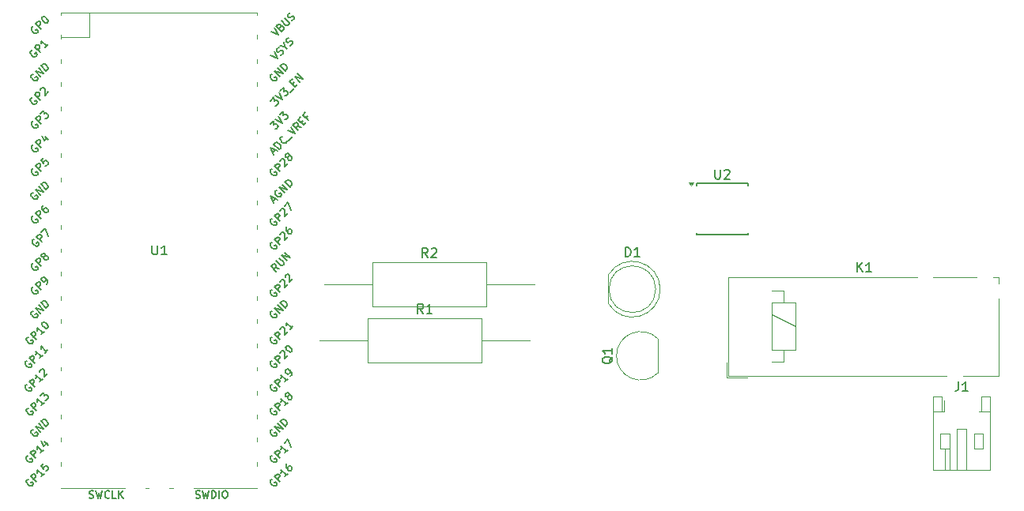
<source format=gbr>
%TF.GenerationSoftware,KiCad,Pcbnew,8.0.0*%
%TF.CreationDate,2024-03-28T12:09:13-03:00*%
%TF.ProjectId,Ponderada,506f6e64-6572-4616-9461-2e6b69636164,rev?*%
%TF.SameCoordinates,Original*%
%TF.FileFunction,Legend,Top*%
%TF.FilePolarity,Positive*%
%FSLAX46Y46*%
G04 Gerber Fmt 4.6, Leading zero omitted, Abs format (unit mm)*
G04 Created by KiCad (PCBNEW 8.0.0) date 2024-03-28 12:09:13*
%MOMM*%
%LPD*%
G01*
G04 APERTURE LIST*
%ADD10C,0.150000*%
%ADD11C,0.120000*%
G04 APERTURE END LIST*
D10*
X181588095Y-103179819D02*
X181588095Y-103989342D01*
X181588095Y-103989342D02*
X181635714Y-104084580D01*
X181635714Y-104084580D02*
X181683333Y-104132200D01*
X181683333Y-104132200D02*
X181778571Y-104179819D01*
X181778571Y-104179819D02*
X181969047Y-104179819D01*
X181969047Y-104179819D02*
X182064285Y-104132200D01*
X182064285Y-104132200D02*
X182111904Y-104084580D01*
X182111904Y-104084580D02*
X182159523Y-103989342D01*
X182159523Y-103989342D02*
X182159523Y-103179819D01*
X182588095Y-103275057D02*
X182635714Y-103227438D01*
X182635714Y-103227438D02*
X182730952Y-103179819D01*
X182730952Y-103179819D02*
X182969047Y-103179819D01*
X182969047Y-103179819D02*
X183064285Y-103227438D01*
X183064285Y-103227438D02*
X183111904Y-103275057D01*
X183111904Y-103275057D02*
X183159523Y-103370295D01*
X183159523Y-103370295D02*
X183159523Y-103465533D01*
X183159523Y-103465533D02*
X183111904Y-103608390D01*
X183111904Y-103608390D02*
X182540476Y-104179819D01*
X182540476Y-104179819D02*
X183159523Y-104179819D01*
X121323095Y-111289819D02*
X121323095Y-112099342D01*
X121323095Y-112099342D02*
X121370714Y-112194580D01*
X121370714Y-112194580D02*
X121418333Y-112242200D01*
X121418333Y-112242200D02*
X121513571Y-112289819D01*
X121513571Y-112289819D02*
X121704047Y-112289819D01*
X121704047Y-112289819D02*
X121799285Y-112242200D01*
X121799285Y-112242200D02*
X121846904Y-112194580D01*
X121846904Y-112194580D02*
X121894523Y-112099342D01*
X121894523Y-112099342D02*
X121894523Y-111289819D01*
X122894523Y-112289819D02*
X122323095Y-112289819D01*
X122608809Y-112289819D02*
X122608809Y-111289819D01*
X122608809Y-111289819D02*
X122513571Y-111432676D01*
X122513571Y-111432676D02*
X122418333Y-111527914D01*
X122418333Y-111527914D02*
X122323095Y-111575533D01*
X107928998Y-123655868D02*
X107848185Y-123682805D01*
X107848185Y-123682805D02*
X107767373Y-123763618D01*
X107767373Y-123763618D02*
X107713498Y-123871367D01*
X107713498Y-123871367D02*
X107713498Y-123979117D01*
X107713498Y-123979117D02*
X107740436Y-124059929D01*
X107740436Y-124059929D02*
X107821248Y-124194616D01*
X107821248Y-124194616D02*
X107902060Y-124275428D01*
X107902060Y-124275428D02*
X108036747Y-124356241D01*
X108036747Y-124356241D02*
X108117560Y-124383178D01*
X108117560Y-124383178D02*
X108225309Y-124383178D01*
X108225309Y-124383178D02*
X108333059Y-124329303D01*
X108333059Y-124329303D02*
X108386934Y-124275428D01*
X108386934Y-124275428D02*
X108440808Y-124167679D01*
X108440808Y-124167679D02*
X108440808Y-124113804D01*
X108440808Y-124113804D02*
X108252247Y-123925242D01*
X108252247Y-123925242D02*
X108144497Y-124032992D01*
X108737120Y-123925242D02*
X108171434Y-123359557D01*
X108171434Y-123359557D02*
X108386934Y-123144057D01*
X108386934Y-123144057D02*
X108467746Y-123117120D01*
X108467746Y-123117120D02*
X108521621Y-123117120D01*
X108521621Y-123117120D02*
X108602433Y-123144057D01*
X108602433Y-123144057D02*
X108683245Y-123224870D01*
X108683245Y-123224870D02*
X108710182Y-123305682D01*
X108710182Y-123305682D02*
X108710182Y-123359557D01*
X108710182Y-123359557D02*
X108683245Y-123440369D01*
X108683245Y-123440369D02*
X108467746Y-123655868D01*
X109599117Y-123063245D02*
X109275868Y-123386494D01*
X109437492Y-123224870D02*
X108871807Y-122659184D01*
X108871807Y-122659184D02*
X108898744Y-122793871D01*
X108898744Y-122793871D02*
X108898744Y-122901621D01*
X108898744Y-122901621D02*
X108871807Y-122982433D01*
X110137865Y-122524497D02*
X109814616Y-122847746D01*
X109976240Y-122686121D02*
X109410555Y-122120436D01*
X109410555Y-122120436D02*
X109437492Y-122255123D01*
X109437492Y-122255123D02*
X109437492Y-122362873D01*
X109437492Y-122362873D02*
X109410555Y-122443685D01*
X134236873Y-106576240D02*
X134506247Y-106306866D01*
X134344623Y-106791739D02*
X133967499Y-106037492D01*
X133967499Y-106037492D02*
X134721746Y-106414615D01*
X134667871Y-105390994D02*
X134587059Y-105417932D01*
X134587059Y-105417932D02*
X134506247Y-105498744D01*
X134506247Y-105498744D02*
X134452372Y-105606494D01*
X134452372Y-105606494D02*
X134452372Y-105714243D01*
X134452372Y-105714243D02*
X134479310Y-105795055D01*
X134479310Y-105795055D02*
X134560122Y-105929742D01*
X134560122Y-105929742D02*
X134640934Y-106010555D01*
X134640934Y-106010555D02*
X134775621Y-106091367D01*
X134775621Y-106091367D02*
X134856433Y-106118304D01*
X134856433Y-106118304D02*
X134964183Y-106118304D01*
X134964183Y-106118304D02*
X135071932Y-106064429D01*
X135071932Y-106064429D02*
X135125807Y-106010555D01*
X135125807Y-106010555D02*
X135179682Y-105902805D01*
X135179682Y-105902805D02*
X135179682Y-105848930D01*
X135179682Y-105848930D02*
X134991120Y-105660368D01*
X134991120Y-105660368D02*
X134883371Y-105768118D01*
X135475993Y-105660368D02*
X134910308Y-105094683D01*
X134910308Y-105094683D02*
X135799242Y-105337120D01*
X135799242Y-105337120D02*
X135233557Y-104771434D01*
X136068616Y-105067746D02*
X135502931Y-104502060D01*
X135502931Y-104502060D02*
X135637618Y-104367373D01*
X135637618Y-104367373D02*
X135745367Y-104313498D01*
X135745367Y-104313498D02*
X135853117Y-104313498D01*
X135853117Y-104313498D02*
X135933929Y-104340436D01*
X135933929Y-104340436D02*
X136068616Y-104421248D01*
X136068616Y-104421248D02*
X136149428Y-104502060D01*
X136149428Y-104502060D02*
X136230241Y-104636747D01*
X136230241Y-104636747D02*
X136257178Y-104717560D01*
X136257178Y-104717560D02*
X136257178Y-104825309D01*
X136257178Y-104825309D02*
X136203303Y-104933059D01*
X136203303Y-104933059D02*
X136068616Y-105067746D01*
X134171435Y-131033431D02*
X134090623Y-131060368D01*
X134090623Y-131060368D02*
X134009811Y-131141180D01*
X134009811Y-131141180D02*
X133955936Y-131248930D01*
X133955936Y-131248930D02*
X133955936Y-131356680D01*
X133955936Y-131356680D02*
X133982873Y-131437492D01*
X133982873Y-131437492D02*
X134063685Y-131572179D01*
X134063685Y-131572179D02*
X134144498Y-131652991D01*
X134144498Y-131652991D02*
X134279185Y-131733803D01*
X134279185Y-131733803D02*
X134359997Y-131760741D01*
X134359997Y-131760741D02*
X134467746Y-131760741D01*
X134467746Y-131760741D02*
X134575496Y-131706866D01*
X134575496Y-131706866D02*
X134629371Y-131652991D01*
X134629371Y-131652991D02*
X134683246Y-131545241D01*
X134683246Y-131545241D02*
X134683246Y-131491367D01*
X134683246Y-131491367D02*
X134494684Y-131302805D01*
X134494684Y-131302805D02*
X134386934Y-131410554D01*
X134979557Y-131302805D02*
X134413872Y-130737119D01*
X134413872Y-130737119D02*
X135302806Y-130979556D01*
X135302806Y-130979556D02*
X134737120Y-130413871D01*
X135572180Y-130710182D02*
X135006494Y-130144497D01*
X135006494Y-130144497D02*
X135141181Y-130009810D01*
X135141181Y-130009810D02*
X135248931Y-129955935D01*
X135248931Y-129955935D02*
X135356680Y-129955935D01*
X135356680Y-129955935D02*
X135437493Y-129982872D01*
X135437493Y-129982872D02*
X135572180Y-130063685D01*
X135572180Y-130063685D02*
X135652992Y-130144497D01*
X135652992Y-130144497D02*
X135733804Y-130279184D01*
X135733804Y-130279184D02*
X135760741Y-130359996D01*
X135760741Y-130359996D02*
X135760741Y-130467746D01*
X135760741Y-130467746D02*
X135706867Y-130575495D01*
X135706867Y-130575495D02*
X135572180Y-130710182D01*
X134038406Y-88362585D02*
X134792653Y-88739709D01*
X134792653Y-88739709D02*
X134415529Y-87985462D01*
X135062027Y-87877712D02*
X135169776Y-87823838D01*
X135169776Y-87823838D02*
X135223651Y-87823838D01*
X135223651Y-87823838D02*
X135304463Y-87850775D01*
X135304463Y-87850775D02*
X135385276Y-87931587D01*
X135385276Y-87931587D02*
X135412213Y-88012399D01*
X135412213Y-88012399D02*
X135412213Y-88066274D01*
X135412213Y-88066274D02*
X135385276Y-88147086D01*
X135385276Y-88147086D02*
X135169776Y-88362586D01*
X135169776Y-88362586D02*
X134604091Y-87796900D01*
X134604091Y-87796900D02*
X134792653Y-87608338D01*
X134792653Y-87608338D02*
X134873465Y-87581401D01*
X134873465Y-87581401D02*
X134927340Y-87581401D01*
X134927340Y-87581401D02*
X135008152Y-87608338D01*
X135008152Y-87608338D02*
X135062027Y-87662213D01*
X135062027Y-87662213D02*
X135088964Y-87743025D01*
X135088964Y-87743025D02*
X135088964Y-87796900D01*
X135088964Y-87796900D02*
X135062027Y-87877712D01*
X135062027Y-87877712D02*
X134873465Y-88066274D01*
X135169776Y-87231215D02*
X135627712Y-87689151D01*
X135627712Y-87689151D02*
X135708524Y-87716088D01*
X135708524Y-87716088D02*
X135762399Y-87716088D01*
X135762399Y-87716088D02*
X135843211Y-87689151D01*
X135843211Y-87689151D02*
X135950961Y-87581401D01*
X135950961Y-87581401D02*
X135977898Y-87500589D01*
X135977898Y-87500589D02*
X135977898Y-87446714D01*
X135977898Y-87446714D02*
X135950961Y-87365902D01*
X135950961Y-87365902D02*
X135493025Y-86907966D01*
X136274210Y-87204277D02*
X136381959Y-87150403D01*
X136381959Y-87150403D02*
X136516646Y-87015716D01*
X136516646Y-87015716D02*
X136543584Y-86934903D01*
X136543584Y-86934903D02*
X136543584Y-86881029D01*
X136543584Y-86881029D02*
X136516646Y-86800216D01*
X136516646Y-86800216D02*
X136462771Y-86746342D01*
X136462771Y-86746342D02*
X136381959Y-86719404D01*
X136381959Y-86719404D02*
X136328084Y-86719404D01*
X136328084Y-86719404D02*
X136247272Y-86746342D01*
X136247272Y-86746342D02*
X136112585Y-86827154D01*
X136112585Y-86827154D02*
X136031773Y-86854091D01*
X136031773Y-86854091D02*
X135977898Y-86854091D01*
X135977898Y-86854091D02*
X135897086Y-86827154D01*
X135897086Y-86827154D02*
X135843211Y-86773279D01*
X135843211Y-86773279D02*
X135816274Y-86692467D01*
X135816274Y-86692467D02*
X135816274Y-86638592D01*
X135816274Y-86638592D02*
X135843211Y-86557780D01*
X135843211Y-86557780D02*
X135977898Y-86423093D01*
X135977898Y-86423093D02*
X136085648Y-86369218D01*
X134171435Y-92933431D02*
X134090623Y-92960368D01*
X134090623Y-92960368D02*
X134009811Y-93041180D01*
X134009811Y-93041180D02*
X133955936Y-93148930D01*
X133955936Y-93148930D02*
X133955936Y-93256680D01*
X133955936Y-93256680D02*
X133982873Y-93337492D01*
X133982873Y-93337492D02*
X134063685Y-93472179D01*
X134063685Y-93472179D02*
X134144498Y-93552991D01*
X134144498Y-93552991D02*
X134279185Y-93633803D01*
X134279185Y-93633803D02*
X134359997Y-93660741D01*
X134359997Y-93660741D02*
X134467746Y-93660741D01*
X134467746Y-93660741D02*
X134575496Y-93606866D01*
X134575496Y-93606866D02*
X134629371Y-93552991D01*
X134629371Y-93552991D02*
X134683246Y-93445241D01*
X134683246Y-93445241D02*
X134683246Y-93391367D01*
X134683246Y-93391367D02*
X134494684Y-93202805D01*
X134494684Y-93202805D02*
X134386934Y-93310554D01*
X134979557Y-93202805D02*
X134413872Y-92637119D01*
X134413872Y-92637119D02*
X135302806Y-92879556D01*
X135302806Y-92879556D02*
X134737120Y-92313871D01*
X135572180Y-92610182D02*
X135006494Y-92044497D01*
X135006494Y-92044497D02*
X135141181Y-91909810D01*
X135141181Y-91909810D02*
X135248931Y-91855935D01*
X135248931Y-91855935D02*
X135356680Y-91855935D01*
X135356680Y-91855935D02*
X135437493Y-91882872D01*
X135437493Y-91882872D02*
X135572180Y-91963685D01*
X135572180Y-91963685D02*
X135652992Y-92044497D01*
X135652992Y-92044497D02*
X135733804Y-92179184D01*
X135733804Y-92179184D02*
X135760741Y-92259996D01*
X135760741Y-92259996D02*
X135760741Y-92367746D01*
X135760741Y-92367746D02*
X135706867Y-92475495D01*
X135706867Y-92475495D02*
X135572180Y-92610182D01*
X108074998Y-128735868D02*
X107994185Y-128762805D01*
X107994185Y-128762805D02*
X107913373Y-128843618D01*
X107913373Y-128843618D02*
X107859498Y-128951367D01*
X107859498Y-128951367D02*
X107859498Y-129059117D01*
X107859498Y-129059117D02*
X107886436Y-129139929D01*
X107886436Y-129139929D02*
X107967248Y-129274616D01*
X107967248Y-129274616D02*
X108048060Y-129355428D01*
X108048060Y-129355428D02*
X108182747Y-129436241D01*
X108182747Y-129436241D02*
X108263560Y-129463178D01*
X108263560Y-129463178D02*
X108371309Y-129463178D01*
X108371309Y-129463178D02*
X108479059Y-129409303D01*
X108479059Y-129409303D02*
X108532934Y-129355428D01*
X108532934Y-129355428D02*
X108586808Y-129247679D01*
X108586808Y-129247679D02*
X108586808Y-129193804D01*
X108586808Y-129193804D02*
X108398247Y-129005242D01*
X108398247Y-129005242D02*
X108290497Y-129112992D01*
X108883120Y-129005242D02*
X108317434Y-128439557D01*
X108317434Y-128439557D02*
X108532934Y-128224057D01*
X108532934Y-128224057D02*
X108613746Y-128197120D01*
X108613746Y-128197120D02*
X108667621Y-128197120D01*
X108667621Y-128197120D02*
X108748433Y-128224057D01*
X108748433Y-128224057D02*
X108829245Y-128304870D01*
X108829245Y-128304870D02*
X108856182Y-128385682D01*
X108856182Y-128385682D02*
X108856182Y-128439557D01*
X108856182Y-128439557D02*
X108829245Y-128520369D01*
X108829245Y-128520369D02*
X108613746Y-128735868D01*
X109745117Y-128143245D02*
X109421868Y-128466494D01*
X109583492Y-128304870D02*
X109017807Y-127739184D01*
X109017807Y-127739184D02*
X109044744Y-127873871D01*
X109044744Y-127873871D02*
X109044744Y-127981621D01*
X109044744Y-127981621D02*
X109017807Y-128062433D01*
X109367993Y-127388998D02*
X109718179Y-127038812D01*
X109718179Y-127038812D02*
X109745117Y-127442873D01*
X109745117Y-127442873D02*
X109825929Y-127362060D01*
X109825929Y-127362060D02*
X109906741Y-127335123D01*
X109906741Y-127335123D02*
X109960616Y-127335123D01*
X109960616Y-127335123D02*
X110041428Y-127362060D01*
X110041428Y-127362060D02*
X110176115Y-127496747D01*
X110176115Y-127496747D02*
X110203053Y-127577560D01*
X110203053Y-127577560D02*
X110203053Y-127631434D01*
X110203053Y-127631434D02*
X110176115Y-127712247D01*
X110176115Y-127712247D02*
X110014491Y-127873871D01*
X110014491Y-127873871D02*
X109933679Y-127900808D01*
X109933679Y-127900808D02*
X109879804Y-127900808D01*
X134240064Y-101369049D02*
X134509438Y-101099675D01*
X134347813Y-101584549D02*
X133970690Y-100830301D01*
X133970690Y-100830301D02*
X134724937Y-101207425D01*
X134913499Y-101018863D02*
X134347813Y-100453178D01*
X134347813Y-100453178D02*
X134482500Y-100318491D01*
X134482500Y-100318491D02*
X134590250Y-100264616D01*
X134590250Y-100264616D02*
X134697999Y-100264616D01*
X134697999Y-100264616D02*
X134778812Y-100291553D01*
X134778812Y-100291553D02*
X134913499Y-100372366D01*
X134913499Y-100372366D02*
X134994311Y-100453178D01*
X134994311Y-100453178D02*
X135075123Y-100587865D01*
X135075123Y-100587865D02*
X135102060Y-100668677D01*
X135102060Y-100668677D02*
X135102060Y-100776427D01*
X135102060Y-100776427D02*
X135048186Y-100884176D01*
X135048186Y-100884176D02*
X134913499Y-101018863D01*
X135748558Y-100076054D02*
X135748558Y-100129929D01*
X135748558Y-100129929D02*
X135694683Y-100237679D01*
X135694683Y-100237679D02*
X135640808Y-100291553D01*
X135640808Y-100291553D02*
X135533059Y-100345428D01*
X135533059Y-100345428D02*
X135425309Y-100345428D01*
X135425309Y-100345428D02*
X135344497Y-100318491D01*
X135344497Y-100318491D02*
X135209810Y-100237679D01*
X135209810Y-100237679D02*
X135128998Y-100156866D01*
X135128998Y-100156866D02*
X135048186Y-100022179D01*
X135048186Y-100022179D02*
X135021248Y-99941367D01*
X135021248Y-99941367D02*
X135021248Y-99833618D01*
X135021248Y-99833618D02*
X135075123Y-99725868D01*
X135075123Y-99725868D02*
X135128998Y-99671993D01*
X135128998Y-99671993D02*
X135236747Y-99618118D01*
X135236747Y-99618118D02*
X135290622Y-99618118D01*
X135964057Y-100076054D02*
X136395056Y-99645056D01*
X135829370Y-98971621D02*
X136583618Y-99348744D01*
X136583618Y-99348744D02*
X136206494Y-98594497D01*
X137283990Y-98648372D02*
X136826054Y-98567560D01*
X136960741Y-98971621D02*
X136395056Y-98405935D01*
X136395056Y-98405935D02*
X136610555Y-98190436D01*
X136610555Y-98190436D02*
X136691367Y-98163499D01*
X136691367Y-98163499D02*
X136745242Y-98163499D01*
X136745242Y-98163499D02*
X136826054Y-98190436D01*
X136826054Y-98190436D02*
X136906866Y-98271248D01*
X136906866Y-98271248D02*
X136933804Y-98352061D01*
X136933804Y-98352061D02*
X136933804Y-98405935D01*
X136933804Y-98405935D02*
X136906866Y-98486748D01*
X136906866Y-98486748D02*
X136691367Y-98702247D01*
X137230115Y-98109624D02*
X137418677Y-97921062D01*
X137795800Y-98136561D02*
X137526426Y-98405935D01*
X137526426Y-98405935D02*
X136960741Y-97840250D01*
X136960741Y-97840250D02*
X137230115Y-97570876D01*
X137930488Y-97409251D02*
X137741926Y-97597813D01*
X138038237Y-97894125D02*
X137472552Y-97328439D01*
X137472552Y-97328439D02*
X137741926Y-97059065D01*
X108598372Y-100526494D02*
X108517560Y-100553431D01*
X108517560Y-100553431D02*
X108436748Y-100634243D01*
X108436748Y-100634243D02*
X108382873Y-100741993D01*
X108382873Y-100741993D02*
X108382873Y-100849742D01*
X108382873Y-100849742D02*
X108409810Y-100930555D01*
X108409810Y-100930555D02*
X108490623Y-101065242D01*
X108490623Y-101065242D02*
X108571435Y-101146054D01*
X108571435Y-101146054D02*
X108706122Y-101226866D01*
X108706122Y-101226866D02*
X108786934Y-101253803D01*
X108786934Y-101253803D02*
X108894684Y-101253803D01*
X108894684Y-101253803D02*
X109002433Y-101199929D01*
X109002433Y-101199929D02*
X109056308Y-101146054D01*
X109056308Y-101146054D02*
X109110183Y-101038304D01*
X109110183Y-101038304D02*
X109110183Y-100984429D01*
X109110183Y-100984429D02*
X108921621Y-100795868D01*
X108921621Y-100795868D02*
X108813871Y-100903617D01*
X109406494Y-100795868D02*
X108840809Y-100230182D01*
X108840809Y-100230182D02*
X109056308Y-100014683D01*
X109056308Y-100014683D02*
X109137120Y-99987746D01*
X109137120Y-99987746D02*
X109190995Y-99987746D01*
X109190995Y-99987746D02*
X109271807Y-100014683D01*
X109271807Y-100014683D02*
X109352619Y-100095495D01*
X109352619Y-100095495D02*
X109379557Y-100176307D01*
X109379557Y-100176307D02*
X109379557Y-100230182D01*
X109379557Y-100230182D02*
X109352619Y-100310994D01*
X109352619Y-100310994D02*
X109137120Y-100526494D01*
X109837493Y-99610622D02*
X110214616Y-99987746D01*
X109487306Y-99529810D02*
X109756680Y-100068558D01*
X109756680Y-100068558D02*
X110106867Y-99718372D01*
X108698372Y-110656494D02*
X108617560Y-110683431D01*
X108617560Y-110683431D02*
X108536748Y-110764243D01*
X108536748Y-110764243D02*
X108482873Y-110871993D01*
X108482873Y-110871993D02*
X108482873Y-110979742D01*
X108482873Y-110979742D02*
X108509810Y-111060555D01*
X108509810Y-111060555D02*
X108590623Y-111195242D01*
X108590623Y-111195242D02*
X108671435Y-111276054D01*
X108671435Y-111276054D02*
X108806122Y-111356866D01*
X108806122Y-111356866D02*
X108886934Y-111383803D01*
X108886934Y-111383803D02*
X108994684Y-111383803D01*
X108994684Y-111383803D02*
X109102433Y-111329929D01*
X109102433Y-111329929D02*
X109156308Y-111276054D01*
X109156308Y-111276054D02*
X109210183Y-111168304D01*
X109210183Y-111168304D02*
X109210183Y-111114429D01*
X109210183Y-111114429D02*
X109021621Y-110925868D01*
X109021621Y-110925868D02*
X108913871Y-111033617D01*
X109506494Y-110925868D02*
X108940809Y-110360182D01*
X108940809Y-110360182D02*
X109156308Y-110144683D01*
X109156308Y-110144683D02*
X109237120Y-110117746D01*
X109237120Y-110117746D02*
X109290995Y-110117746D01*
X109290995Y-110117746D02*
X109371807Y-110144683D01*
X109371807Y-110144683D02*
X109452619Y-110225495D01*
X109452619Y-110225495D02*
X109479557Y-110306307D01*
X109479557Y-110306307D02*
X109479557Y-110360182D01*
X109479557Y-110360182D02*
X109452619Y-110440994D01*
X109452619Y-110440994D02*
X109237120Y-110656494D01*
X109452619Y-109848372D02*
X109829743Y-109471248D01*
X109829743Y-109471248D02*
X110152992Y-110279370D01*
X108074998Y-136355868D02*
X107994185Y-136382805D01*
X107994185Y-136382805D02*
X107913373Y-136463618D01*
X107913373Y-136463618D02*
X107859498Y-136571367D01*
X107859498Y-136571367D02*
X107859498Y-136679117D01*
X107859498Y-136679117D02*
X107886436Y-136759929D01*
X107886436Y-136759929D02*
X107967248Y-136894616D01*
X107967248Y-136894616D02*
X108048060Y-136975428D01*
X108048060Y-136975428D02*
X108182747Y-137056241D01*
X108182747Y-137056241D02*
X108263560Y-137083178D01*
X108263560Y-137083178D02*
X108371309Y-137083178D01*
X108371309Y-137083178D02*
X108479059Y-137029303D01*
X108479059Y-137029303D02*
X108532934Y-136975428D01*
X108532934Y-136975428D02*
X108586808Y-136867679D01*
X108586808Y-136867679D02*
X108586808Y-136813804D01*
X108586808Y-136813804D02*
X108398247Y-136625242D01*
X108398247Y-136625242D02*
X108290497Y-136732992D01*
X108883120Y-136625242D02*
X108317434Y-136059557D01*
X108317434Y-136059557D02*
X108532934Y-135844057D01*
X108532934Y-135844057D02*
X108613746Y-135817120D01*
X108613746Y-135817120D02*
X108667621Y-135817120D01*
X108667621Y-135817120D02*
X108748433Y-135844057D01*
X108748433Y-135844057D02*
X108829245Y-135924870D01*
X108829245Y-135924870D02*
X108856182Y-136005682D01*
X108856182Y-136005682D02*
X108856182Y-136059557D01*
X108856182Y-136059557D02*
X108829245Y-136140369D01*
X108829245Y-136140369D02*
X108613746Y-136355868D01*
X109745117Y-135763245D02*
X109421868Y-136086494D01*
X109583492Y-135924870D02*
X109017807Y-135359184D01*
X109017807Y-135359184D02*
X109044744Y-135493871D01*
X109044744Y-135493871D02*
X109044744Y-135601621D01*
X109044744Y-135601621D02*
X109017807Y-135682433D01*
X109691242Y-134685749D02*
X109421868Y-134955123D01*
X109421868Y-134955123D02*
X109664305Y-135251434D01*
X109664305Y-135251434D02*
X109664305Y-135197560D01*
X109664305Y-135197560D02*
X109691242Y-135116747D01*
X109691242Y-135116747D02*
X109825929Y-134982060D01*
X109825929Y-134982060D02*
X109906741Y-134955123D01*
X109906741Y-134955123D02*
X109960616Y-134955123D01*
X109960616Y-134955123D02*
X110041428Y-134982060D01*
X110041428Y-134982060D02*
X110176115Y-135116747D01*
X110176115Y-135116747D02*
X110203053Y-135197560D01*
X110203053Y-135197560D02*
X110203053Y-135251434D01*
X110203053Y-135251434D02*
X110176115Y-135332247D01*
X110176115Y-135332247D02*
X110041428Y-135466934D01*
X110041428Y-135466934D02*
X109960616Y-135493871D01*
X109960616Y-135493871D02*
X109906741Y-135493871D01*
X134182998Y-133815868D02*
X134102185Y-133842805D01*
X134102185Y-133842805D02*
X134021373Y-133923618D01*
X134021373Y-133923618D02*
X133967498Y-134031367D01*
X133967498Y-134031367D02*
X133967498Y-134139117D01*
X133967498Y-134139117D02*
X133994436Y-134219929D01*
X133994436Y-134219929D02*
X134075248Y-134354616D01*
X134075248Y-134354616D02*
X134156060Y-134435428D01*
X134156060Y-134435428D02*
X134290747Y-134516241D01*
X134290747Y-134516241D02*
X134371560Y-134543178D01*
X134371560Y-134543178D02*
X134479309Y-134543178D01*
X134479309Y-134543178D02*
X134587059Y-134489303D01*
X134587059Y-134489303D02*
X134640934Y-134435428D01*
X134640934Y-134435428D02*
X134694808Y-134327679D01*
X134694808Y-134327679D02*
X134694808Y-134273804D01*
X134694808Y-134273804D02*
X134506247Y-134085242D01*
X134506247Y-134085242D02*
X134398497Y-134192992D01*
X134991120Y-134085242D02*
X134425434Y-133519557D01*
X134425434Y-133519557D02*
X134640934Y-133304057D01*
X134640934Y-133304057D02*
X134721746Y-133277120D01*
X134721746Y-133277120D02*
X134775621Y-133277120D01*
X134775621Y-133277120D02*
X134856433Y-133304057D01*
X134856433Y-133304057D02*
X134937245Y-133384870D01*
X134937245Y-133384870D02*
X134964182Y-133465682D01*
X134964182Y-133465682D02*
X134964182Y-133519557D01*
X134964182Y-133519557D02*
X134937245Y-133600369D01*
X134937245Y-133600369D02*
X134721746Y-133815868D01*
X135853117Y-133223245D02*
X135529868Y-133546494D01*
X135691492Y-133384870D02*
X135125807Y-132819184D01*
X135125807Y-132819184D02*
X135152744Y-132953871D01*
X135152744Y-132953871D02*
X135152744Y-133061621D01*
X135152744Y-133061621D02*
X135125807Y-133142433D01*
X135475993Y-132468998D02*
X135853117Y-132091874D01*
X135853117Y-132091874D02*
X136176366Y-132899996D01*
X134182998Y-110955868D02*
X134102185Y-110982805D01*
X134102185Y-110982805D02*
X134021373Y-111063618D01*
X134021373Y-111063618D02*
X133967498Y-111171367D01*
X133967498Y-111171367D02*
X133967498Y-111279117D01*
X133967498Y-111279117D02*
X133994436Y-111359929D01*
X133994436Y-111359929D02*
X134075248Y-111494616D01*
X134075248Y-111494616D02*
X134156060Y-111575428D01*
X134156060Y-111575428D02*
X134290747Y-111656241D01*
X134290747Y-111656241D02*
X134371560Y-111683178D01*
X134371560Y-111683178D02*
X134479309Y-111683178D01*
X134479309Y-111683178D02*
X134587059Y-111629303D01*
X134587059Y-111629303D02*
X134640934Y-111575428D01*
X134640934Y-111575428D02*
X134694808Y-111467679D01*
X134694808Y-111467679D02*
X134694808Y-111413804D01*
X134694808Y-111413804D02*
X134506247Y-111225242D01*
X134506247Y-111225242D02*
X134398497Y-111332992D01*
X134991120Y-111225242D02*
X134425434Y-110659557D01*
X134425434Y-110659557D02*
X134640934Y-110444057D01*
X134640934Y-110444057D02*
X134721746Y-110417120D01*
X134721746Y-110417120D02*
X134775621Y-110417120D01*
X134775621Y-110417120D02*
X134856433Y-110444057D01*
X134856433Y-110444057D02*
X134937245Y-110524870D01*
X134937245Y-110524870D02*
X134964182Y-110605682D01*
X134964182Y-110605682D02*
X134964182Y-110659557D01*
X134964182Y-110659557D02*
X134937245Y-110740369D01*
X134937245Y-110740369D02*
X134721746Y-110955868D01*
X135018057Y-110174683D02*
X135018057Y-110120809D01*
X135018057Y-110120809D02*
X135044995Y-110039996D01*
X135044995Y-110039996D02*
X135179682Y-109905309D01*
X135179682Y-109905309D02*
X135260494Y-109878372D01*
X135260494Y-109878372D02*
X135314369Y-109878372D01*
X135314369Y-109878372D02*
X135395181Y-109905309D01*
X135395181Y-109905309D02*
X135449056Y-109959184D01*
X135449056Y-109959184D02*
X135502930Y-110066934D01*
X135502930Y-110066934D02*
X135502930Y-110713431D01*
X135502930Y-110713431D02*
X135853117Y-110363245D01*
X135772305Y-109312686D02*
X135664555Y-109420436D01*
X135664555Y-109420436D02*
X135637618Y-109501248D01*
X135637618Y-109501248D02*
X135637618Y-109555123D01*
X135637618Y-109555123D02*
X135664555Y-109689810D01*
X135664555Y-109689810D02*
X135745367Y-109824497D01*
X135745367Y-109824497D02*
X135960866Y-110039996D01*
X135960866Y-110039996D02*
X136041679Y-110066934D01*
X136041679Y-110066934D02*
X136095553Y-110066934D01*
X136095553Y-110066934D02*
X136176366Y-110039996D01*
X136176366Y-110039996D02*
X136284115Y-109932247D01*
X136284115Y-109932247D02*
X136311053Y-109851434D01*
X136311053Y-109851434D02*
X136311053Y-109797560D01*
X136311053Y-109797560D02*
X136284115Y-109716747D01*
X136284115Y-109716747D02*
X136149428Y-109582060D01*
X136149428Y-109582060D02*
X136068616Y-109555123D01*
X136068616Y-109555123D02*
X136014741Y-109555123D01*
X136014741Y-109555123D02*
X135933929Y-109582060D01*
X135933929Y-109582060D02*
X135826179Y-109689810D01*
X135826179Y-109689810D02*
X135799242Y-109770622D01*
X135799242Y-109770622D02*
X135799242Y-109824497D01*
X135799242Y-109824497D02*
X135826179Y-109905309D01*
X114575475Y-138359200D02*
X114689761Y-138397295D01*
X114689761Y-138397295D02*
X114880237Y-138397295D01*
X114880237Y-138397295D02*
X114956428Y-138359200D01*
X114956428Y-138359200D02*
X114994523Y-138321104D01*
X114994523Y-138321104D02*
X115032618Y-138244914D01*
X115032618Y-138244914D02*
X115032618Y-138168723D01*
X115032618Y-138168723D02*
X114994523Y-138092533D01*
X114994523Y-138092533D02*
X114956428Y-138054438D01*
X114956428Y-138054438D02*
X114880237Y-138016342D01*
X114880237Y-138016342D02*
X114727856Y-137978247D01*
X114727856Y-137978247D02*
X114651666Y-137940152D01*
X114651666Y-137940152D02*
X114613571Y-137902057D01*
X114613571Y-137902057D02*
X114575475Y-137825866D01*
X114575475Y-137825866D02*
X114575475Y-137749676D01*
X114575475Y-137749676D02*
X114613571Y-137673485D01*
X114613571Y-137673485D02*
X114651666Y-137635390D01*
X114651666Y-137635390D02*
X114727856Y-137597295D01*
X114727856Y-137597295D02*
X114918333Y-137597295D01*
X114918333Y-137597295D02*
X115032618Y-137635390D01*
X115299285Y-137597295D02*
X115489761Y-138397295D01*
X115489761Y-138397295D02*
X115642142Y-137825866D01*
X115642142Y-137825866D02*
X115794523Y-138397295D01*
X115794523Y-138397295D02*
X115985000Y-137597295D01*
X116746905Y-138321104D02*
X116708809Y-138359200D01*
X116708809Y-138359200D02*
X116594524Y-138397295D01*
X116594524Y-138397295D02*
X116518333Y-138397295D01*
X116518333Y-138397295D02*
X116404047Y-138359200D01*
X116404047Y-138359200D02*
X116327857Y-138283009D01*
X116327857Y-138283009D02*
X116289762Y-138206819D01*
X116289762Y-138206819D02*
X116251666Y-138054438D01*
X116251666Y-138054438D02*
X116251666Y-137940152D01*
X116251666Y-137940152D02*
X116289762Y-137787771D01*
X116289762Y-137787771D02*
X116327857Y-137711580D01*
X116327857Y-137711580D02*
X116404047Y-137635390D01*
X116404047Y-137635390D02*
X116518333Y-137597295D01*
X116518333Y-137597295D02*
X116594524Y-137597295D01*
X116594524Y-137597295D02*
X116708809Y-137635390D01*
X116708809Y-137635390D02*
X116746905Y-137673485D01*
X117470714Y-138397295D02*
X117089762Y-138397295D01*
X117089762Y-138397295D02*
X117089762Y-137597295D01*
X117737381Y-138397295D02*
X117737381Y-137597295D01*
X118194524Y-138397295D02*
X117851666Y-137940152D01*
X118194524Y-137597295D02*
X117737381Y-138054438D01*
X134007407Y-95793584D02*
X134357593Y-95443398D01*
X134357593Y-95443398D02*
X134384531Y-95847459D01*
X134384531Y-95847459D02*
X134465343Y-95766646D01*
X134465343Y-95766646D02*
X134546155Y-95739709D01*
X134546155Y-95739709D02*
X134600030Y-95739709D01*
X134600030Y-95739709D02*
X134680842Y-95766646D01*
X134680842Y-95766646D02*
X134815529Y-95901333D01*
X134815529Y-95901333D02*
X134842467Y-95982146D01*
X134842467Y-95982146D02*
X134842467Y-96036020D01*
X134842467Y-96036020D02*
X134815529Y-96116833D01*
X134815529Y-96116833D02*
X134653905Y-96278457D01*
X134653905Y-96278457D02*
X134573093Y-96305394D01*
X134573093Y-96305394D02*
X134519218Y-96305394D01*
X134519218Y-95281773D02*
X135273465Y-95658897D01*
X135273465Y-95658897D02*
X134896342Y-94904649D01*
X135031028Y-94769963D02*
X135381215Y-94419776D01*
X135381215Y-94419776D02*
X135408152Y-94823837D01*
X135408152Y-94823837D02*
X135488964Y-94743025D01*
X135488964Y-94743025D02*
X135569776Y-94716088D01*
X135569776Y-94716088D02*
X135623651Y-94716088D01*
X135623651Y-94716088D02*
X135704464Y-94743025D01*
X135704464Y-94743025D02*
X135839151Y-94877712D01*
X135839151Y-94877712D02*
X135866088Y-94958524D01*
X135866088Y-94958524D02*
X135866088Y-95012399D01*
X135866088Y-95012399D02*
X135839151Y-95093211D01*
X135839151Y-95093211D02*
X135677526Y-95254836D01*
X135677526Y-95254836D02*
X135596714Y-95281773D01*
X135596714Y-95281773D02*
X135542839Y-95281773D01*
X136108525Y-94931587D02*
X136539523Y-94500588D01*
X136324024Y-94015715D02*
X136512586Y-93827153D01*
X136889709Y-94042652D02*
X136620335Y-94312026D01*
X136620335Y-94312026D02*
X136054650Y-93746341D01*
X136054650Y-93746341D02*
X136324024Y-93476967D01*
X137132146Y-93800215D02*
X136566461Y-93234530D01*
X136566461Y-93234530D02*
X137455395Y-93476967D01*
X137455395Y-93476967D02*
X136889710Y-92911281D01*
X133975123Y-98325868D02*
X134325309Y-97975682D01*
X134325309Y-97975682D02*
X134352247Y-98379743D01*
X134352247Y-98379743D02*
X134433059Y-98298931D01*
X134433059Y-98298931D02*
X134513871Y-98271993D01*
X134513871Y-98271993D02*
X134567746Y-98271993D01*
X134567746Y-98271993D02*
X134648558Y-98298931D01*
X134648558Y-98298931D02*
X134783245Y-98433618D01*
X134783245Y-98433618D02*
X134810182Y-98514430D01*
X134810182Y-98514430D02*
X134810182Y-98568305D01*
X134810182Y-98568305D02*
X134783245Y-98649117D01*
X134783245Y-98649117D02*
X134621621Y-98810741D01*
X134621621Y-98810741D02*
X134540808Y-98837679D01*
X134540808Y-98837679D02*
X134486934Y-98837679D01*
X134486934Y-97814057D02*
X135241181Y-98191181D01*
X135241181Y-98191181D02*
X134864057Y-97436934D01*
X134998744Y-97302247D02*
X135348930Y-96952061D01*
X135348930Y-96952061D02*
X135375868Y-97356122D01*
X135375868Y-97356122D02*
X135456680Y-97275309D01*
X135456680Y-97275309D02*
X135537492Y-97248372D01*
X135537492Y-97248372D02*
X135591367Y-97248372D01*
X135591367Y-97248372D02*
X135672179Y-97275309D01*
X135672179Y-97275309D02*
X135806866Y-97409996D01*
X135806866Y-97409996D02*
X135833804Y-97490809D01*
X135833804Y-97490809D02*
X135833804Y-97544683D01*
X135833804Y-97544683D02*
X135806866Y-97625496D01*
X135806866Y-97625496D02*
X135645242Y-97787120D01*
X135645242Y-97787120D02*
X135564430Y-97814057D01*
X135564430Y-97814057D02*
X135510555Y-97814057D01*
X108598372Y-113226494D02*
X108517560Y-113253431D01*
X108517560Y-113253431D02*
X108436748Y-113334243D01*
X108436748Y-113334243D02*
X108382873Y-113441993D01*
X108382873Y-113441993D02*
X108382873Y-113549742D01*
X108382873Y-113549742D02*
X108409810Y-113630555D01*
X108409810Y-113630555D02*
X108490623Y-113765242D01*
X108490623Y-113765242D02*
X108571435Y-113846054D01*
X108571435Y-113846054D02*
X108706122Y-113926866D01*
X108706122Y-113926866D02*
X108786934Y-113953803D01*
X108786934Y-113953803D02*
X108894684Y-113953803D01*
X108894684Y-113953803D02*
X109002433Y-113899929D01*
X109002433Y-113899929D02*
X109056308Y-113846054D01*
X109056308Y-113846054D02*
X109110183Y-113738304D01*
X109110183Y-113738304D02*
X109110183Y-113684429D01*
X109110183Y-113684429D02*
X108921621Y-113495868D01*
X108921621Y-113495868D02*
X108813871Y-113603617D01*
X109406494Y-113495868D02*
X108840809Y-112930182D01*
X108840809Y-112930182D02*
X109056308Y-112714683D01*
X109056308Y-112714683D02*
X109137120Y-112687746D01*
X109137120Y-112687746D02*
X109190995Y-112687746D01*
X109190995Y-112687746D02*
X109271807Y-112714683D01*
X109271807Y-112714683D02*
X109352619Y-112795495D01*
X109352619Y-112795495D02*
X109379557Y-112876307D01*
X109379557Y-112876307D02*
X109379557Y-112930182D01*
X109379557Y-112930182D02*
X109352619Y-113010994D01*
X109352619Y-113010994D02*
X109137120Y-113226494D01*
X109729743Y-112526121D02*
X109648931Y-112553059D01*
X109648931Y-112553059D02*
X109595056Y-112553059D01*
X109595056Y-112553059D02*
X109514244Y-112526121D01*
X109514244Y-112526121D02*
X109487306Y-112499184D01*
X109487306Y-112499184D02*
X109460369Y-112418372D01*
X109460369Y-112418372D02*
X109460369Y-112364497D01*
X109460369Y-112364497D02*
X109487306Y-112283685D01*
X109487306Y-112283685D02*
X109595056Y-112175935D01*
X109595056Y-112175935D02*
X109675868Y-112148998D01*
X109675868Y-112148998D02*
X109729743Y-112148998D01*
X109729743Y-112148998D02*
X109810555Y-112175935D01*
X109810555Y-112175935D02*
X109837493Y-112202872D01*
X109837493Y-112202872D02*
X109864430Y-112283685D01*
X109864430Y-112283685D02*
X109864430Y-112337559D01*
X109864430Y-112337559D02*
X109837493Y-112418372D01*
X109837493Y-112418372D02*
X109729743Y-112526121D01*
X109729743Y-112526121D02*
X109702806Y-112606933D01*
X109702806Y-112606933D02*
X109702806Y-112660808D01*
X109702806Y-112660808D02*
X109729743Y-112741620D01*
X109729743Y-112741620D02*
X109837493Y-112849370D01*
X109837493Y-112849370D02*
X109918305Y-112876307D01*
X109918305Y-112876307D02*
X109972180Y-112876307D01*
X109972180Y-112876307D02*
X110052992Y-112849370D01*
X110052992Y-112849370D02*
X110160741Y-112741620D01*
X110160741Y-112741620D02*
X110187679Y-112660808D01*
X110187679Y-112660808D02*
X110187679Y-112606933D01*
X110187679Y-112606933D02*
X110160741Y-112526121D01*
X110160741Y-112526121D02*
X110052992Y-112418372D01*
X110052992Y-112418372D02*
X109972180Y-112391434D01*
X109972180Y-112391434D02*
X109918305Y-112391434D01*
X109918305Y-112391434D02*
X109837493Y-112418372D01*
X134182998Y-136355868D02*
X134102185Y-136382805D01*
X134102185Y-136382805D02*
X134021373Y-136463618D01*
X134021373Y-136463618D02*
X133967498Y-136571367D01*
X133967498Y-136571367D02*
X133967498Y-136679117D01*
X133967498Y-136679117D02*
X133994436Y-136759929D01*
X133994436Y-136759929D02*
X134075248Y-136894616D01*
X134075248Y-136894616D02*
X134156060Y-136975428D01*
X134156060Y-136975428D02*
X134290747Y-137056241D01*
X134290747Y-137056241D02*
X134371560Y-137083178D01*
X134371560Y-137083178D02*
X134479309Y-137083178D01*
X134479309Y-137083178D02*
X134587059Y-137029303D01*
X134587059Y-137029303D02*
X134640934Y-136975428D01*
X134640934Y-136975428D02*
X134694808Y-136867679D01*
X134694808Y-136867679D02*
X134694808Y-136813804D01*
X134694808Y-136813804D02*
X134506247Y-136625242D01*
X134506247Y-136625242D02*
X134398497Y-136732992D01*
X134991120Y-136625242D02*
X134425434Y-136059557D01*
X134425434Y-136059557D02*
X134640934Y-135844057D01*
X134640934Y-135844057D02*
X134721746Y-135817120D01*
X134721746Y-135817120D02*
X134775621Y-135817120D01*
X134775621Y-135817120D02*
X134856433Y-135844057D01*
X134856433Y-135844057D02*
X134937245Y-135924870D01*
X134937245Y-135924870D02*
X134964182Y-136005682D01*
X134964182Y-136005682D02*
X134964182Y-136059557D01*
X134964182Y-136059557D02*
X134937245Y-136140369D01*
X134937245Y-136140369D02*
X134721746Y-136355868D01*
X135853117Y-135763245D02*
X135529868Y-136086494D01*
X135691492Y-135924870D02*
X135125807Y-135359184D01*
X135125807Y-135359184D02*
X135152744Y-135493871D01*
X135152744Y-135493871D02*
X135152744Y-135601621D01*
X135152744Y-135601621D02*
X135125807Y-135682433D01*
X135772305Y-134712686D02*
X135664555Y-134820436D01*
X135664555Y-134820436D02*
X135637618Y-134901248D01*
X135637618Y-134901248D02*
X135637618Y-134955123D01*
X135637618Y-134955123D02*
X135664555Y-135089810D01*
X135664555Y-135089810D02*
X135745367Y-135224497D01*
X135745367Y-135224497D02*
X135960866Y-135439996D01*
X135960866Y-135439996D02*
X136041679Y-135466934D01*
X136041679Y-135466934D02*
X136095553Y-135466934D01*
X136095553Y-135466934D02*
X136176366Y-135439996D01*
X136176366Y-135439996D02*
X136284115Y-135332247D01*
X136284115Y-135332247D02*
X136311053Y-135251434D01*
X136311053Y-135251434D02*
X136311053Y-135197560D01*
X136311053Y-135197560D02*
X136284115Y-135116747D01*
X136284115Y-135116747D02*
X136149428Y-134982060D01*
X136149428Y-134982060D02*
X136068616Y-134955123D01*
X136068616Y-134955123D02*
X136014741Y-134955123D01*
X136014741Y-134955123D02*
X135933929Y-134982060D01*
X135933929Y-134982060D02*
X135826179Y-135089810D01*
X135826179Y-135089810D02*
X135799242Y-135170622D01*
X135799242Y-135170622D02*
X135799242Y-135224497D01*
X135799242Y-135224497D02*
X135826179Y-135305309D01*
X134171435Y-118333431D02*
X134090623Y-118360368D01*
X134090623Y-118360368D02*
X134009811Y-118441180D01*
X134009811Y-118441180D02*
X133955936Y-118548930D01*
X133955936Y-118548930D02*
X133955936Y-118656680D01*
X133955936Y-118656680D02*
X133982873Y-118737492D01*
X133982873Y-118737492D02*
X134063685Y-118872179D01*
X134063685Y-118872179D02*
X134144498Y-118952991D01*
X134144498Y-118952991D02*
X134279185Y-119033803D01*
X134279185Y-119033803D02*
X134359997Y-119060741D01*
X134359997Y-119060741D02*
X134467746Y-119060741D01*
X134467746Y-119060741D02*
X134575496Y-119006866D01*
X134575496Y-119006866D02*
X134629371Y-118952991D01*
X134629371Y-118952991D02*
X134683246Y-118845241D01*
X134683246Y-118845241D02*
X134683246Y-118791367D01*
X134683246Y-118791367D02*
X134494684Y-118602805D01*
X134494684Y-118602805D02*
X134386934Y-118710554D01*
X134979557Y-118602805D02*
X134413872Y-118037119D01*
X134413872Y-118037119D02*
X135302806Y-118279556D01*
X135302806Y-118279556D02*
X134737120Y-117713871D01*
X135572180Y-118010182D02*
X135006494Y-117444497D01*
X135006494Y-117444497D02*
X135141181Y-117309810D01*
X135141181Y-117309810D02*
X135248931Y-117255935D01*
X135248931Y-117255935D02*
X135356680Y-117255935D01*
X135356680Y-117255935D02*
X135437493Y-117282872D01*
X135437493Y-117282872D02*
X135572180Y-117363685D01*
X135572180Y-117363685D02*
X135652992Y-117444497D01*
X135652992Y-117444497D02*
X135733804Y-117579184D01*
X135733804Y-117579184D02*
X135760741Y-117659996D01*
X135760741Y-117659996D02*
X135760741Y-117767746D01*
X135760741Y-117767746D02*
X135706867Y-117875495D01*
X135706867Y-117875495D02*
X135572180Y-118010182D01*
X108571435Y-105633431D02*
X108490623Y-105660368D01*
X108490623Y-105660368D02*
X108409811Y-105741180D01*
X108409811Y-105741180D02*
X108355936Y-105848930D01*
X108355936Y-105848930D02*
X108355936Y-105956680D01*
X108355936Y-105956680D02*
X108382873Y-106037492D01*
X108382873Y-106037492D02*
X108463685Y-106172179D01*
X108463685Y-106172179D02*
X108544498Y-106252991D01*
X108544498Y-106252991D02*
X108679185Y-106333803D01*
X108679185Y-106333803D02*
X108759997Y-106360741D01*
X108759997Y-106360741D02*
X108867746Y-106360741D01*
X108867746Y-106360741D02*
X108975496Y-106306866D01*
X108975496Y-106306866D02*
X109029371Y-106252991D01*
X109029371Y-106252991D02*
X109083246Y-106145241D01*
X109083246Y-106145241D02*
X109083246Y-106091367D01*
X109083246Y-106091367D02*
X108894684Y-105902805D01*
X108894684Y-105902805D02*
X108786934Y-106010554D01*
X109379557Y-105902805D02*
X108813872Y-105337119D01*
X108813872Y-105337119D02*
X109702806Y-105579556D01*
X109702806Y-105579556D02*
X109137120Y-105013871D01*
X109972180Y-105310182D02*
X109406494Y-104744497D01*
X109406494Y-104744497D02*
X109541181Y-104609810D01*
X109541181Y-104609810D02*
X109648931Y-104555935D01*
X109648931Y-104555935D02*
X109756680Y-104555935D01*
X109756680Y-104555935D02*
X109837493Y-104582872D01*
X109837493Y-104582872D02*
X109972180Y-104663685D01*
X109972180Y-104663685D02*
X110052992Y-104744497D01*
X110052992Y-104744497D02*
X110133804Y-104879184D01*
X110133804Y-104879184D02*
X110160741Y-104959996D01*
X110160741Y-104959996D02*
X110160741Y-105067746D01*
X110160741Y-105067746D02*
X110106867Y-105175495D01*
X110106867Y-105175495D02*
X109972180Y-105310182D01*
X134182998Y-103081868D02*
X134102185Y-103108805D01*
X134102185Y-103108805D02*
X134021373Y-103189618D01*
X134021373Y-103189618D02*
X133967498Y-103297367D01*
X133967498Y-103297367D02*
X133967498Y-103405117D01*
X133967498Y-103405117D02*
X133994436Y-103485929D01*
X133994436Y-103485929D02*
X134075248Y-103620616D01*
X134075248Y-103620616D02*
X134156060Y-103701428D01*
X134156060Y-103701428D02*
X134290747Y-103782241D01*
X134290747Y-103782241D02*
X134371560Y-103809178D01*
X134371560Y-103809178D02*
X134479309Y-103809178D01*
X134479309Y-103809178D02*
X134587059Y-103755303D01*
X134587059Y-103755303D02*
X134640934Y-103701428D01*
X134640934Y-103701428D02*
X134694808Y-103593679D01*
X134694808Y-103593679D02*
X134694808Y-103539804D01*
X134694808Y-103539804D02*
X134506247Y-103351242D01*
X134506247Y-103351242D02*
X134398497Y-103458992D01*
X134991120Y-103351242D02*
X134425434Y-102785557D01*
X134425434Y-102785557D02*
X134640934Y-102570057D01*
X134640934Y-102570057D02*
X134721746Y-102543120D01*
X134721746Y-102543120D02*
X134775621Y-102543120D01*
X134775621Y-102543120D02*
X134856433Y-102570057D01*
X134856433Y-102570057D02*
X134937245Y-102650870D01*
X134937245Y-102650870D02*
X134964182Y-102731682D01*
X134964182Y-102731682D02*
X134964182Y-102785557D01*
X134964182Y-102785557D02*
X134937245Y-102866369D01*
X134937245Y-102866369D02*
X134721746Y-103081868D01*
X135018057Y-102300683D02*
X135018057Y-102246809D01*
X135018057Y-102246809D02*
X135044995Y-102165996D01*
X135044995Y-102165996D02*
X135179682Y-102031309D01*
X135179682Y-102031309D02*
X135260494Y-102004372D01*
X135260494Y-102004372D02*
X135314369Y-102004372D01*
X135314369Y-102004372D02*
X135395181Y-102031309D01*
X135395181Y-102031309D02*
X135449056Y-102085184D01*
X135449056Y-102085184D02*
X135502930Y-102192934D01*
X135502930Y-102192934D02*
X135502930Y-102839431D01*
X135502930Y-102839431D02*
X135853117Y-102489245D01*
X135853117Y-101842747D02*
X135772305Y-101869685D01*
X135772305Y-101869685D02*
X135718430Y-101869685D01*
X135718430Y-101869685D02*
X135637618Y-101842747D01*
X135637618Y-101842747D02*
X135610680Y-101815810D01*
X135610680Y-101815810D02*
X135583743Y-101734998D01*
X135583743Y-101734998D02*
X135583743Y-101681123D01*
X135583743Y-101681123D02*
X135610680Y-101600311D01*
X135610680Y-101600311D02*
X135718430Y-101492561D01*
X135718430Y-101492561D02*
X135799242Y-101465624D01*
X135799242Y-101465624D02*
X135853117Y-101465624D01*
X135853117Y-101465624D02*
X135933929Y-101492561D01*
X135933929Y-101492561D02*
X135960866Y-101519499D01*
X135960866Y-101519499D02*
X135987804Y-101600311D01*
X135987804Y-101600311D02*
X135987804Y-101654186D01*
X135987804Y-101654186D02*
X135960866Y-101734998D01*
X135960866Y-101734998D02*
X135853117Y-101842747D01*
X135853117Y-101842747D02*
X135826179Y-101923560D01*
X135826179Y-101923560D02*
X135826179Y-101977434D01*
X135826179Y-101977434D02*
X135853117Y-102058247D01*
X135853117Y-102058247D02*
X135960866Y-102165996D01*
X135960866Y-102165996D02*
X136041679Y-102192934D01*
X136041679Y-102192934D02*
X136095553Y-102192934D01*
X136095553Y-102192934D02*
X136176366Y-102165996D01*
X136176366Y-102165996D02*
X136284115Y-102058247D01*
X136284115Y-102058247D02*
X136311053Y-101977434D01*
X136311053Y-101977434D02*
X136311053Y-101923560D01*
X136311053Y-101923560D02*
X136284115Y-101842747D01*
X136284115Y-101842747D02*
X136176366Y-101734998D01*
X136176366Y-101734998D02*
X136095553Y-101708060D01*
X136095553Y-101708060D02*
X136041679Y-101708060D01*
X136041679Y-101708060D02*
X135960866Y-101734998D01*
X108598372Y-115766494D02*
X108517560Y-115793431D01*
X108517560Y-115793431D02*
X108436748Y-115874243D01*
X108436748Y-115874243D02*
X108382873Y-115981993D01*
X108382873Y-115981993D02*
X108382873Y-116089742D01*
X108382873Y-116089742D02*
X108409810Y-116170555D01*
X108409810Y-116170555D02*
X108490623Y-116305242D01*
X108490623Y-116305242D02*
X108571435Y-116386054D01*
X108571435Y-116386054D02*
X108706122Y-116466866D01*
X108706122Y-116466866D02*
X108786934Y-116493803D01*
X108786934Y-116493803D02*
X108894684Y-116493803D01*
X108894684Y-116493803D02*
X109002433Y-116439929D01*
X109002433Y-116439929D02*
X109056308Y-116386054D01*
X109056308Y-116386054D02*
X109110183Y-116278304D01*
X109110183Y-116278304D02*
X109110183Y-116224429D01*
X109110183Y-116224429D02*
X108921621Y-116035868D01*
X108921621Y-116035868D02*
X108813871Y-116143617D01*
X109406494Y-116035868D02*
X108840809Y-115470182D01*
X108840809Y-115470182D02*
X109056308Y-115254683D01*
X109056308Y-115254683D02*
X109137120Y-115227746D01*
X109137120Y-115227746D02*
X109190995Y-115227746D01*
X109190995Y-115227746D02*
X109271807Y-115254683D01*
X109271807Y-115254683D02*
X109352619Y-115335495D01*
X109352619Y-115335495D02*
X109379557Y-115416307D01*
X109379557Y-115416307D02*
X109379557Y-115470182D01*
X109379557Y-115470182D02*
X109352619Y-115550994D01*
X109352619Y-115550994D02*
X109137120Y-115766494D01*
X109999117Y-115443245D02*
X110106867Y-115335495D01*
X110106867Y-115335495D02*
X110133804Y-115254683D01*
X110133804Y-115254683D02*
X110133804Y-115200808D01*
X110133804Y-115200808D02*
X110106867Y-115066121D01*
X110106867Y-115066121D02*
X110026054Y-114931434D01*
X110026054Y-114931434D02*
X109810555Y-114715935D01*
X109810555Y-114715935D02*
X109729743Y-114688998D01*
X109729743Y-114688998D02*
X109675868Y-114688998D01*
X109675868Y-114688998D02*
X109595056Y-114715935D01*
X109595056Y-114715935D02*
X109487306Y-114823685D01*
X109487306Y-114823685D02*
X109460369Y-114904497D01*
X109460369Y-114904497D02*
X109460369Y-114958372D01*
X109460369Y-114958372D02*
X109487306Y-115039184D01*
X109487306Y-115039184D02*
X109621993Y-115173871D01*
X109621993Y-115173871D02*
X109702806Y-115200808D01*
X109702806Y-115200808D02*
X109756680Y-115200808D01*
X109756680Y-115200808D02*
X109837493Y-115173871D01*
X109837493Y-115173871D02*
X109945242Y-115066121D01*
X109945242Y-115066121D02*
X109972180Y-114985309D01*
X109972180Y-114985309D02*
X109972180Y-114931434D01*
X109972180Y-114931434D02*
X109945242Y-114850622D01*
X125989761Y-138359200D02*
X126104047Y-138397295D01*
X126104047Y-138397295D02*
X126294523Y-138397295D01*
X126294523Y-138397295D02*
X126370714Y-138359200D01*
X126370714Y-138359200D02*
X126408809Y-138321104D01*
X126408809Y-138321104D02*
X126446904Y-138244914D01*
X126446904Y-138244914D02*
X126446904Y-138168723D01*
X126446904Y-138168723D02*
X126408809Y-138092533D01*
X126408809Y-138092533D02*
X126370714Y-138054438D01*
X126370714Y-138054438D02*
X126294523Y-138016342D01*
X126294523Y-138016342D02*
X126142142Y-137978247D01*
X126142142Y-137978247D02*
X126065952Y-137940152D01*
X126065952Y-137940152D02*
X126027857Y-137902057D01*
X126027857Y-137902057D02*
X125989761Y-137825866D01*
X125989761Y-137825866D02*
X125989761Y-137749676D01*
X125989761Y-137749676D02*
X126027857Y-137673485D01*
X126027857Y-137673485D02*
X126065952Y-137635390D01*
X126065952Y-137635390D02*
X126142142Y-137597295D01*
X126142142Y-137597295D02*
X126332619Y-137597295D01*
X126332619Y-137597295D02*
X126446904Y-137635390D01*
X126713571Y-137597295D02*
X126904047Y-138397295D01*
X126904047Y-138397295D02*
X127056428Y-137825866D01*
X127056428Y-137825866D02*
X127208809Y-138397295D01*
X127208809Y-138397295D02*
X127399286Y-137597295D01*
X127704048Y-138397295D02*
X127704048Y-137597295D01*
X127704048Y-137597295D02*
X127894524Y-137597295D01*
X127894524Y-137597295D02*
X128008810Y-137635390D01*
X128008810Y-137635390D02*
X128085000Y-137711580D01*
X128085000Y-137711580D02*
X128123095Y-137787771D01*
X128123095Y-137787771D02*
X128161191Y-137940152D01*
X128161191Y-137940152D02*
X128161191Y-138054438D01*
X128161191Y-138054438D02*
X128123095Y-138206819D01*
X128123095Y-138206819D02*
X128085000Y-138283009D01*
X128085000Y-138283009D02*
X128008810Y-138359200D01*
X128008810Y-138359200D02*
X127894524Y-138397295D01*
X127894524Y-138397295D02*
X127704048Y-138397295D01*
X128504048Y-138397295D02*
X128504048Y-137597295D01*
X129037381Y-137597295D02*
X129189762Y-137597295D01*
X129189762Y-137597295D02*
X129265952Y-137635390D01*
X129265952Y-137635390D02*
X129342143Y-137711580D01*
X129342143Y-137711580D02*
X129380238Y-137863961D01*
X129380238Y-137863961D02*
X129380238Y-138130628D01*
X129380238Y-138130628D02*
X129342143Y-138283009D01*
X129342143Y-138283009D02*
X129265952Y-138359200D01*
X129265952Y-138359200D02*
X129189762Y-138397295D01*
X129189762Y-138397295D02*
X129037381Y-138397295D01*
X129037381Y-138397295D02*
X128961190Y-138359200D01*
X128961190Y-138359200D02*
X128885000Y-138283009D01*
X128885000Y-138283009D02*
X128846904Y-138130628D01*
X128846904Y-138130628D02*
X128846904Y-137863961D01*
X128846904Y-137863961D02*
X128885000Y-137711580D01*
X128885000Y-137711580D02*
X128961190Y-137635390D01*
X128961190Y-137635390D02*
X129037381Y-137597295D01*
X108598372Y-103066494D02*
X108517560Y-103093431D01*
X108517560Y-103093431D02*
X108436748Y-103174243D01*
X108436748Y-103174243D02*
X108382873Y-103281993D01*
X108382873Y-103281993D02*
X108382873Y-103389742D01*
X108382873Y-103389742D02*
X108409810Y-103470555D01*
X108409810Y-103470555D02*
X108490623Y-103605242D01*
X108490623Y-103605242D02*
X108571435Y-103686054D01*
X108571435Y-103686054D02*
X108706122Y-103766866D01*
X108706122Y-103766866D02*
X108786934Y-103793803D01*
X108786934Y-103793803D02*
X108894684Y-103793803D01*
X108894684Y-103793803D02*
X109002433Y-103739929D01*
X109002433Y-103739929D02*
X109056308Y-103686054D01*
X109056308Y-103686054D02*
X109110183Y-103578304D01*
X109110183Y-103578304D02*
X109110183Y-103524429D01*
X109110183Y-103524429D02*
X108921621Y-103335868D01*
X108921621Y-103335868D02*
X108813871Y-103443617D01*
X109406494Y-103335868D02*
X108840809Y-102770182D01*
X108840809Y-102770182D02*
X109056308Y-102554683D01*
X109056308Y-102554683D02*
X109137120Y-102527746D01*
X109137120Y-102527746D02*
X109190995Y-102527746D01*
X109190995Y-102527746D02*
X109271807Y-102554683D01*
X109271807Y-102554683D02*
X109352619Y-102635495D01*
X109352619Y-102635495D02*
X109379557Y-102716307D01*
X109379557Y-102716307D02*
X109379557Y-102770182D01*
X109379557Y-102770182D02*
X109352619Y-102850994D01*
X109352619Y-102850994D02*
X109137120Y-103066494D01*
X109675868Y-101935123D02*
X109406494Y-102204497D01*
X109406494Y-102204497D02*
X109648931Y-102500808D01*
X109648931Y-102500808D02*
X109648931Y-102446933D01*
X109648931Y-102446933D02*
X109675868Y-102366121D01*
X109675868Y-102366121D02*
X109810555Y-102231434D01*
X109810555Y-102231434D02*
X109891367Y-102204497D01*
X109891367Y-102204497D02*
X109945242Y-102204497D01*
X109945242Y-102204497D02*
X110026054Y-102231434D01*
X110026054Y-102231434D02*
X110160741Y-102366121D01*
X110160741Y-102366121D02*
X110187679Y-102446933D01*
X110187679Y-102446933D02*
X110187679Y-102500808D01*
X110187679Y-102500808D02*
X110160741Y-102581620D01*
X110160741Y-102581620D02*
X110026054Y-102716307D01*
X110026054Y-102716307D02*
X109945242Y-102743245D01*
X109945242Y-102743245D02*
X109891367Y-102743245D01*
X108598372Y-87826494D02*
X108517560Y-87853431D01*
X108517560Y-87853431D02*
X108436748Y-87934243D01*
X108436748Y-87934243D02*
X108382873Y-88041993D01*
X108382873Y-88041993D02*
X108382873Y-88149742D01*
X108382873Y-88149742D02*
X108409810Y-88230555D01*
X108409810Y-88230555D02*
X108490623Y-88365242D01*
X108490623Y-88365242D02*
X108571435Y-88446054D01*
X108571435Y-88446054D02*
X108706122Y-88526866D01*
X108706122Y-88526866D02*
X108786934Y-88553803D01*
X108786934Y-88553803D02*
X108894684Y-88553803D01*
X108894684Y-88553803D02*
X109002433Y-88499929D01*
X109002433Y-88499929D02*
X109056308Y-88446054D01*
X109056308Y-88446054D02*
X109110183Y-88338304D01*
X109110183Y-88338304D02*
X109110183Y-88284429D01*
X109110183Y-88284429D02*
X108921621Y-88095868D01*
X108921621Y-88095868D02*
X108813871Y-88203617D01*
X109406494Y-88095868D02*
X108840809Y-87530182D01*
X108840809Y-87530182D02*
X109056308Y-87314683D01*
X109056308Y-87314683D02*
X109137120Y-87287746D01*
X109137120Y-87287746D02*
X109190995Y-87287746D01*
X109190995Y-87287746D02*
X109271807Y-87314683D01*
X109271807Y-87314683D02*
X109352619Y-87395495D01*
X109352619Y-87395495D02*
X109379557Y-87476307D01*
X109379557Y-87476307D02*
X109379557Y-87530182D01*
X109379557Y-87530182D02*
X109352619Y-87610994D01*
X109352619Y-87610994D02*
X109137120Y-87826494D01*
X109514244Y-86856747D02*
X109568119Y-86802872D01*
X109568119Y-86802872D02*
X109648931Y-86775935D01*
X109648931Y-86775935D02*
X109702806Y-86775935D01*
X109702806Y-86775935D02*
X109783618Y-86802872D01*
X109783618Y-86802872D02*
X109918305Y-86883685D01*
X109918305Y-86883685D02*
X110052992Y-87018372D01*
X110052992Y-87018372D02*
X110133804Y-87153059D01*
X110133804Y-87153059D02*
X110160741Y-87233871D01*
X110160741Y-87233871D02*
X110160741Y-87287746D01*
X110160741Y-87287746D02*
X110133804Y-87368558D01*
X110133804Y-87368558D02*
X110079929Y-87422433D01*
X110079929Y-87422433D02*
X109999117Y-87449370D01*
X109999117Y-87449370D02*
X109945242Y-87449370D01*
X109945242Y-87449370D02*
X109864430Y-87422433D01*
X109864430Y-87422433D02*
X109729743Y-87341620D01*
X109729743Y-87341620D02*
X109595056Y-87206933D01*
X109595056Y-87206933D02*
X109514244Y-87072246D01*
X109514244Y-87072246D02*
X109487306Y-86991434D01*
X109487306Y-86991434D02*
X109487306Y-86937559D01*
X109487306Y-86937559D02*
X109514244Y-86856747D01*
X108598372Y-97986494D02*
X108517560Y-98013431D01*
X108517560Y-98013431D02*
X108436748Y-98094243D01*
X108436748Y-98094243D02*
X108382873Y-98201993D01*
X108382873Y-98201993D02*
X108382873Y-98309742D01*
X108382873Y-98309742D02*
X108409810Y-98390555D01*
X108409810Y-98390555D02*
X108490623Y-98525242D01*
X108490623Y-98525242D02*
X108571435Y-98606054D01*
X108571435Y-98606054D02*
X108706122Y-98686866D01*
X108706122Y-98686866D02*
X108786934Y-98713803D01*
X108786934Y-98713803D02*
X108894684Y-98713803D01*
X108894684Y-98713803D02*
X109002433Y-98659929D01*
X109002433Y-98659929D02*
X109056308Y-98606054D01*
X109056308Y-98606054D02*
X109110183Y-98498304D01*
X109110183Y-98498304D02*
X109110183Y-98444429D01*
X109110183Y-98444429D02*
X108921621Y-98255868D01*
X108921621Y-98255868D02*
X108813871Y-98363617D01*
X109406494Y-98255868D02*
X108840809Y-97690182D01*
X108840809Y-97690182D02*
X109056308Y-97474683D01*
X109056308Y-97474683D02*
X109137120Y-97447746D01*
X109137120Y-97447746D02*
X109190995Y-97447746D01*
X109190995Y-97447746D02*
X109271807Y-97474683D01*
X109271807Y-97474683D02*
X109352619Y-97555495D01*
X109352619Y-97555495D02*
X109379557Y-97636307D01*
X109379557Y-97636307D02*
X109379557Y-97690182D01*
X109379557Y-97690182D02*
X109352619Y-97770994D01*
X109352619Y-97770994D02*
X109137120Y-97986494D01*
X109352619Y-97178372D02*
X109702806Y-96828185D01*
X109702806Y-96828185D02*
X109729743Y-97232246D01*
X109729743Y-97232246D02*
X109810555Y-97151434D01*
X109810555Y-97151434D02*
X109891367Y-97124497D01*
X109891367Y-97124497D02*
X109945242Y-97124497D01*
X109945242Y-97124497D02*
X110026054Y-97151434D01*
X110026054Y-97151434D02*
X110160741Y-97286121D01*
X110160741Y-97286121D02*
X110187679Y-97366933D01*
X110187679Y-97366933D02*
X110187679Y-97420808D01*
X110187679Y-97420808D02*
X110160741Y-97501620D01*
X110160741Y-97501620D02*
X109999117Y-97663245D01*
X109999117Y-97663245D02*
X109918305Y-97690182D01*
X109918305Y-97690182D02*
X109864430Y-97690182D01*
X108571435Y-131033431D02*
X108490623Y-131060368D01*
X108490623Y-131060368D02*
X108409811Y-131141180D01*
X108409811Y-131141180D02*
X108355936Y-131248930D01*
X108355936Y-131248930D02*
X108355936Y-131356680D01*
X108355936Y-131356680D02*
X108382873Y-131437492D01*
X108382873Y-131437492D02*
X108463685Y-131572179D01*
X108463685Y-131572179D02*
X108544498Y-131652991D01*
X108544498Y-131652991D02*
X108679185Y-131733803D01*
X108679185Y-131733803D02*
X108759997Y-131760741D01*
X108759997Y-131760741D02*
X108867746Y-131760741D01*
X108867746Y-131760741D02*
X108975496Y-131706866D01*
X108975496Y-131706866D02*
X109029371Y-131652991D01*
X109029371Y-131652991D02*
X109083246Y-131545241D01*
X109083246Y-131545241D02*
X109083246Y-131491367D01*
X109083246Y-131491367D02*
X108894684Y-131302805D01*
X108894684Y-131302805D02*
X108786934Y-131410554D01*
X109379557Y-131302805D02*
X108813872Y-130737119D01*
X108813872Y-130737119D02*
X109702806Y-130979556D01*
X109702806Y-130979556D02*
X109137120Y-130413871D01*
X109972180Y-130710182D02*
X109406494Y-130144497D01*
X109406494Y-130144497D02*
X109541181Y-130009810D01*
X109541181Y-130009810D02*
X109648931Y-129955935D01*
X109648931Y-129955935D02*
X109756680Y-129955935D01*
X109756680Y-129955935D02*
X109837493Y-129982872D01*
X109837493Y-129982872D02*
X109972180Y-130063685D01*
X109972180Y-130063685D02*
X110052992Y-130144497D01*
X110052992Y-130144497D02*
X110133804Y-130279184D01*
X110133804Y-130279184D02*
X110160741Y-130359996D01*
X110160741Y-130359996D02*
X110160741Y-130467746D01*
X110160741Y-130467746D02*
X110106867Y-130575495D01*
X110106867Y-130575495D02*
X109972180Y-130710182D01*
X108571435Y-92933431D02*
X108490623Y-92960368D01*
X108490623Y-92960368D02*
X108409811Y-93041180D01*
X108409811Y-93041180D02*
X108355936Y-93148930D01*
X108355936Y-93148930D02*
X108355936Y-93256680D01*
X108355936Y-93256680D02*
X108382873Y-93337492D01*
X108382873Y-93337492D02*
X108463685Y-93472179D01*
X108463685Y-93472179D02*
X108544498Y-93552991D01*
X108544498Y-93552991D02*
X108679185Y-93633803D01*
X108679185Y-93633803D02*
X108759997Y-93660741D01*
X108759997Y-93660741D02*
X108867746Y-93660741D01*
X108867746Y-93660741D02*
X108975496Y-93606866D01*
X108975496Y-93606866D02*
X109029371Y-93552991D01*
X109029371Y-93552991D02*
X109083246Y-93445241D01*
X109083246Y-93445241D02*
X109083246Y-93391367D01*
X109083246Y-93391367D02*
X108894684Y-93202805D01*
X108894684Y-93202805D02*
X108786934Y-93310554D01*
X109379557Y-93202805D02*
X108813872Y-92637119D01*
X108813872Y-92637119D02*
X109702806Y-92879556D01*
X109702806Y-92879556D02*
X109137120Y-92313871D01*
X109972180Y-92610182D02*
X109406494Y-92044497D01*
X109406494Y-92044497D02*
X109541181Y-91909810D01*
X109541181Y-91909810D02*
X109648931Y-91855935D01*
X109648931Y-91855935D02*
X109756680Y-91855935D01*
X109756680Y-91855935D02*
X109837493Y-91882872D01*
X109837493Y-91882872D02*
X109972180Y-91963685D01*
X109972180Y-91963685D02*
X110052992Y-92044497D01*
X110052992Y-92044497D02*
X110133804Y-92179184D01*
X110133804Y-92179184D02*
X110160741Y-92259996D01*
X110160741Y-92259996D02*
X110160741Y-92367746D01*
X110160741Y-92367746D02*
X110106867Y-92475495D01*
X110106867Y-92475495D02*
X109972180Y-92610182D01*
X134182998Y-123655868D02*
X134102185Y-123682805D01*
X134102185Y-123682805D02*
X134021373Y-123763618D01*
X134021373Y-123763618D02*
X133967498Y-123871367D01*
X133967498Y-123871367D02*
X133967498Y-123979117D01*
X133967498Y-123979117D02*
X133994436Y-124059929D01*
X133994436Y-124059929D02*
X134075248Y-124194616D01*
X134075248Y-124194616D02*
X134156060Y-124275428D01*
X134156060Y-124275428D02*
X134290747Y-124356241D01*
X134290747Y-124356241D02*
X134371560Y-124383178D01*
X134371560Y-124383178D02*
X134479309Y-124383178D01*
X134479309Y-124383178D02*
X134587059Y-124329303D01*
X134587059Y-124329303D02*
X134640934Y-124275428D01*
X134640934Y-124275428D02*
X134694808Y-124167679D01*
X134694808Y-124167679D02*
X134694808Y-124113804D01*
X134694808Y-124113804D02*
X134506247Y-123925242D01*
X134506247Y-123925242D02*
X134398497Y-124032992D01*
X134991120Y-123925242D02*
X134425434Y-123359557D01*
X134425434Y-123359557D02*
X134640934Y-123144057D01*
X134640934Y-123144057D02*
X134721746Y-123117120D01*
X134721746Y-123117120D02*
X134775621Y-123117120D01*
X134775621Y-123117120D02*
X134856433Y-123144057D01*
X134856433Y-123144057D02*
X134937245Y-123224870D01*
X134937245Y-123224870D02*
X134964182Y-123305682D01*
X134964182Y-123305682D02*
X134964182Y-123359557D01*
X134964182Y-123359557D02*
X134937245Y-123440369D01*
X134937245Y-123440369D02*
X134721746Y-123655868D01*
X135018057Y-122874683D02*
X135018057Y-122820809D01*
X135018057Y-122820809D02*
X135044995Y-122739996D01*
X135044995Y-122739996D02*
X135179682Y-122605309D01*
X135179682Y-122605309D02*
X135260494Y-122578372D01*
X135260494Y-122578372D02*
X135314369Y-122578372D01*
X135314369Y-122578372D02*
X135395181Y-122605309D01*
X135395181Y-122605309D02*
X135449056Y-122659184D01*
X135449056Y-122659184D02*
X135502930Y-122766934D01*
X135502930Y-122766934D02*
X135502930Y-123413431D01*
X135502930Y-123413431D02*
X135853117Y-123063245D01*
X135637618Y-122147373D02*
X135691492Y-122093499D01*
X135691492Y-122093499D02*
X135772305Y-122066561D01*
X135772305Y-122066561D02*
X135826179Y-122066561D01*
X135826179Y-122066561D02*
X135906992Y-122093499D01*
X135906992Y-122093499D02*
X136041679Y-122174311D01*
X136041679Y-122174311D02*
X136176366Y-122308998D01*
X136176366Y-122308998D02*
X136257178Y-122443685D01*
X136257178Y-122443685D02*
X136284115Y-122524497D01*
X136284115Y-122524497D02*
X136284115Y-122578372D01*
X136284115Y-122578372D02*
X136257178Y-122659184D01*
X136257178Y-122659184D02*
X136203303Y-122713059D01*
X136203303Y-122713059D02*
X136122491Y-122739996D01*
X136122491Y-122739996D02*
X136068616Y-122739996D01*
X136068616Y-122739996D02*
X135987804Y-122713059D01*
X135987804Y-122713059D02*
X135853117Y-122632247D01*
X135853117Y-122632247D02*
X135718430Y-122497560D01*
X135718430Y-122497560D02*
X135637618Y-122362873D01*
X135637618Y-122362873D02*
X135610680Y-122282060D01*
X135610680Y-122282060D02*
X135610680Y-122228186D01*
X135610680Y-122228186D02*
X135637618Y-122147373D01*
X134182998Y-126195868D02*
X134102185Y-126222805D01*
X134102185Y-126222805D02*
X134021373Y-126303618D01*
X134021373Y-126303618D02*
X133967498Y-126411367D01*
X133967498Y-126411367D02*
X133967498Y-126519117D01*
X133967498Y-126519117D02*
X133994436Y-126599929D01*
X133994436Y-126599929D02*
X134075248Y-126734616D01*
X134075248Y-126734616D02*
X134156060Y-126815428D01*
X134156060Y-126815428D02*
X134290747Y-126896241D01*
X134290747Y-126896241D02*
X134371560Y-126923178D01*
X134371560Y-126923178D02*
X134479309Y-126923178D01*
X134479309Y-126923178D02*
X134587059Y-126869303D01*
X134587059Y-126869303D02*
X134640934Y-126815428D01*
X134640934Y-126815428D02*
X134694808Y-126707679D01*
X134694808Y-126707679D02*
X134694808Y-126653804D01*
X134694808Y-126653804D02*
X134506247Y-126465242D01*
X134506247Y-126465242D02*
X134398497Y-126572992D01*
X134991120Y-126465242D02*
X134425434Y-125899557D01*
X134425434Y-125899557D02*
X134640934Y-125684057D01*
X134640934Y-125684057D02*
X134721746Y-125657120D01*
X134721746Y-125657120D02*
X134775621Y-125657120D01*
X134775621Y-125657120D02*
X134856433Y-125684057D01*
X134856433Y-125684057D02*
X134937245Y-125764870D01*
X134937245Y-125764870D02*
X134964182Y-125845682D01*
X134964182Y-125845682D02*
X134964182Y-125899557D01*
X134964182Y-125899557D02*
X134937245Y-125980369D01*
X134937245Y-125980369D02*
X134721746Y-126195868D01*
X135853117Y-125603245D02*
X135529868Y-125926494D01*
X135691492Y-125764870D02*
X135125807Y-125199184D01*
X135125807Y-125199184D02*
X135152744Y-125333871D01*
X135152744Y-125333871D02*
X135152744Y-125441621D01*
X135152744Y-125441621D02*
X135125807Y-125522433D01*
X136122491Y-125333871D02*
X136230240Y-125226121D01*
X136230240Y-125226121D02*
X136257178Y-125145309D01*
X136257178Y-125145309D02*
X136257178Y-125091434D01*
X136257178Y-125091434D02*
X136230240Y-124956747D01*
X136230240Y-124956747D02*
X136149428Y-124822060D01*
X136149428Y-124822060D02*
X135933929Y-124606561D01*
X135933929Y-124606561D02*
X135853117Y-124579624D01*
X135853117Y-124579624D02*
X135799242Y-124579624D01*
X135799242Y-124579624D02*
X135718430Y-124606561D01*
X135718430Y-124606561D02*
X135610680Y-124714311D01*
X135610680Y-124714311D02*
X135583743Y-124795123D01*
X135583743Y-124795123D02*
X135583743Y-124848998D01*
X135583743Y-124848998D02*
X135610680Y-124929810D01*
X135610680Y-124929810D02*
X135745367Y-125064497D01*
X135745367Y-125064497D02*
X135826179Y-125091434D01*
X135826179Y-125091434D02*
X135880054Y-125091434D01*
X135880054Y-125091434D02*
X135960866Y-125064497D01*
X135960866Y-125064497D02*
X136068616Y-124956747D01*
X136068616Y-124956747D02*
X136095553Y-124875935D01*
X136095553Y-124875935D02*
X136095553Y-124822060D01*
X136095553Y-124822060D02*
X136068616Y-124741248D01*
X108498372Y-95446494D02*
X108417560Y-95473431D01*
X108417560Y-95473431D02*
X108336748Y-95554243D01*
X108336748Y-95554243D02*
X108282873Y-95661993D01*
X108282873Y-95661993D02*
X108282873Y-95769742D01*
X108282873Y-95769742D02*
X108309810Y-95850555D01*
X108309810Y-95850555D02*
X108390623Y-95985242D01*
X108390623Y-95985242D02*
X108471435Y-96066054D01*
X108471435Y-96066054D02*
X108606122Y-96146866D01*
X108606122Y-96146866D02*
X108686934Y-96173803D01*
X108686934Y-96173803D02*
X108794684Y-96173803D01*
X108794684Y-96173803D02*
X108902433Y-96119929D01*
X108902433Y-96119929D02*
X108956308Y-96066054D01*
X108956308Y-96066054D02*
X109010183Y-95958304D01*
X109010183Y-95958304D02*
X109010183Y-95904429D01*
X109010183Y-95904429D02*
X108821621Y-95715868D01*
X108821621Y-95715868D02*
X108713871Y-95823617D01*
X109306494Y-95715868D02*
X108740809Y-95150182D01*
X108740809Y-95150182D02*
X108956308Y-94934683D01*
X108956308Y-94934683D02*
X109037120Y-94907746D01*
X109037120Y-94907746D02*
X109090995Y-94907746D01*
X109090995Y-94907746D02*
X109171807Y-94934683D01*
X109171807Y-94934683D02*
X109252619Y-95015495D01*
X109252619Y-95015495D02*
X109279557Y-95096307D01*
X109279557Y-95096307D02*
X109279557Y-95150182D01*
X109279557Y-95150182D02*
X109252619Y-95230994D01*
X109252619Y-95230994D02*
X109037120Y-95446494D01*
X109333432Y-94665309D02*
X109333432Y-94611434D01*
X109333432Y-94611434D02*
X109360369Y-94530622D01*
X109360369Y-94530622D02*
X109495056Y-94395935D01*
X109495056Y-94395935D02*
X109575868Y-94368998D01*
X109575868Y-94368998D02*
X109629743Y-94368998D01*
X109629743Y-94368998D02*
X109710555Y-94395935D01*
X109710555Y-94395935D02*
X109764430Y-94449810D01*
X109764430Y-94449810D02*
X109818305Y-94557559D01*
X109818305Y-94557559D02*
X109818305Y-95204057D01*
X109818305Y-95204057D02*
X110168491Y-94853871D01*
X134182998Y-128735868D02*
X134102185Y-128762805D01*
X134102185Y-128762805D02*
X134021373Y-128843618D01*
X134021373Y-128843618D02*
X133967498Y-128951367D01*
X133967498Y-128951367D02*
X133967498Y-129059117D01*
X133967498Y-129059117D02*
X133994436Y-129139929D01*
X133994436Y-129139929D02*
X134075248Y-129274616D01*
X134075248Y-129274616D02*
X134156060Y-129355428D01*
X134156060Y-129355428D02*
X134290747Y-129436241D01*
X134290747Y-129436241D02*
X134371560Y-129463178D01*
X134371560Y-129463178D02*
X134479309Y-129463178D01*
X134479309Y-129463178D02*
X134587059Y-129409303D01*
X134587059Y-129409303D02*
X134640934Y-129355428D01*
X134640934Y-129355428D02*
X134694808Y-129247679D01*
X134694808Y-129247679D02*
X134694808Y-129193804D01*
X134694808Y-129193804D02*
X134506247Y-129005242D01*
X134506247Y-129005242D02*
X134398497Y-129112992D01*
X134991120Y-129005242D02*
X134425434Y-128439557D01*
X134425434Y-128439557D02*
X134640934Y-128224057D01*
X134640934Y-128224057D02*
X134721746Y-128197120D01*
X134721746Y-128197120D02*
X134775621Y-128197120D01*
X134775621Y-128197120D02*
X134856433Y-128224057D01*
X134856433Y-128224057D02*
X134937245Y-128304870D01*
X134937245Y-128304870D02*
X134964182Y-128385682D01*
X134964182Y-128385682D02*
X134964182Y-128439557D01*
X134964182Y-128439557D02*
X134937245Y-128520369D01*
X134937245Y-128520369D02*
X134721746Y-128735868D01*
X135853117Y-128143245D02*
X135529868Y-128466494D01*
X135691492Y-128304870D02*
X135125807Y-127739184D01*
X135125807Y-127739184D02*
X135152744Y-127873871D01*
X135152744Y-127873871D02*
X135152744Y-127981621D01*
X135152744Y-127981621D02*
X135125807Y-128062433D01*
X135853117Y-127496747D02*
X135772305Y-127523685D01*
X135772305Y-127523685D02*
X135718430Y-127523685D01*
X135718430Y-127523685D02*
X135637618Y-127496747D01*
X135637618Y-127496747D02*
X135610680Y-127469810D01*
X135610680Y-127469810D02*
X135583743Y-127388998D01*
X135583743Y-127388998D02*
X135583743Y-127335123D01*
X135583743Y-127335123D02*
X135610680Y-127254311D01*
X135610680Y-127254311D02*
X135718430Y-127146561D01*
X135718430Y-127146561D02*
X135799242Y-127119624D01*
X135799242Y-127119624D02*
X135853117Y-127119624D01*
X135853117Y-127119624D02*
X135933929Y-127146561D01*
X135933929Y-127146561D02*
X135960866Y-127173499D01*
X135960866Y-127173499D02*
X135987804Y-127254311D01*
X135987804Y-127254311D02*
X135987804Y-127308186D01*
X135987804Y-127308186D02*
X135960866Y-127388998D01*
X135960866Y-127388998D02*
X135853117Y-127496747D01*
X135853117Y-127496747D02*
X135826179Y-127577560D01*
X135826179Y-127577560D02*
X135826179Y-127631434D01*
X135826179Y-127631434D02*
X135853117Y-127712247D01*
X135853117Y-127712247D02*
X135960866Y-127819996D01*
X135960866Y-127819996D02*
X136041679Y-127846934D01*
X136041679Y-127846934D02*
X136095553Y-127846934D01*
X136095553Y-127846934D02*
X136176366Y-127819996D01*
X136176366Y-127819996D02*
X136284115Y-127712247D01*
X136284115Y-127712247D02*
X136311053Y-127631434D01*
X136311053Y-127631434D02*
X136311053Y-127577560D01*
X136311053Y-127577560D02*
X136284115Y-127496747D01*
X136284115Y-127496747D02*
X136176366Y-127388998D01*
X136176366Y-127388998D02*
X136095553Y-127362060D01*
X136095553Y-127362060D02*
X136041679Y-127362060D01*
X136041679Y-127362060D02*
X135960866Y-127388998D01*
X108598372Y-108146494D02*
X108517560Y-108173431D01*
X108517560Y-108173431D02*
X108436748Y-108254243D01*
X108436748Y-108254243D02*
X108382873Y-108361993D01*
X108382873Y-108361993D02*
X108382873Y-108469742D01*
X108382873Y-108469742D02*
X108409810Y-108550555D01*
X108409810Y-108550555D02*
X108490623Y-108685242D01*
X108490623Y-108685242D02*
X108571435Y-108766054D01*
X108571435Y-108766054D02*
X108706122Y-108846866D01*
X108706122Y-108846866D02*
X108786934Y-108873803D01*
X108786934Y-108873803D02*
X108894684Y-108873803D01*
X108894684Y-108873803D02*
X109002433Y-108819929D01*
X109002433Y-108819929D02*
X109056308Y-108766054D01*
X109056308Y-108766054D02*
X109110183Y-108658304D01*
X109110183Y-108658304D02*
X109110183Y-108604429D01*
X109110183Y-108604429D02*
X108921621Y-108415868D01*
X108921621Y-108415868D02*
X108813871Y-108523617D01*
X109406494Y-108415868D02*
X108840809Y-107850182D01*
X108840809Y-107850182D02*
X109056308Y-107634683D01*
X109056308Y-107634683D02*
X109137120Y-107607746D01*
X109137120Y-107607746D02*
X109190995Y-107607746D01*
X109190995Y-107607746D02*
X109271807Y-107634683D01*
X109271807Y-107634683D02*
X109352619Y-107715495D01*
X109352619Y-107715495D02*
X109379557Y-107796307D01*
X109379557Y-107796307D02*
X109379557Y-107850182D01*
X109379557Y-107850182D02*
X109352619Y-107930994D01*
X109352619Y-107930994D02*
X109137120Y-108146494D01*
X109648931Y-107042060D02*
X109541181Y-107149810D01*
X109541181Y-107149810D02*
X109514244Y-107230622D01*
X109514244Y-107230622D02*
X109514244Y-107284497D01*
X109514244Y-107284497D02*
X109541181Y-107419184D01*
X109541181Y-107419184D02*
X109621993Y-107553871D01*
X109621993Y-107553871D02*
X109837493Y-107769370D01*
X109837493Y-107769370D02*
X109918305Y-107796307D01*
X109918305Y-107796307D02*
X109972180Y-107796307D01*
X109972180Y-107796307D02*
X110052992Y-107769370D01*
X110052992Y-107769370D02*
X110160741Y-107661620D01*
X110160741Y-107661620D02*
X110187679Y-107580808D01*
X110187679Y-107580808D02*
X110187679Y-107526933D01*
X110187679Y-107526933D02*
X110160741Y-107446121D01*
X110160741Y-107446121D02*
X110026054Y-107311434D01*
X110026054Y-107311434D02*
X109945242Y-107284497D01*
X109945242Y-107284497D02*
X109891367Y-107284497D01*
X109891367Y-107284497D02*
X109810555Y-107311434D01*
X109810555Y-107311434D02*
X109702806Y-107419184D01*
X109702806Y-107419184D02*
X109675868Y-107499996D01*
X109675868Y-107499996D02*
X109675868Y-107553871D01*
X109675868Y-107553871D02*
X109702806Y-107634683D01*
X134182998Y-121125868D02*
X134102185Y-121152805D01*
X134102185Y-121152805D02*
X134021373Y-121233618D01*
X134021373Y-121233618D02*
X133967498Y-121341367D01*
X133967498Y-121341367D02*
X133967498Y-121449117D01*
X133967498Y-121449117D02*
X133994436Y-121529929D01*
X133994436Y-121529929D02*
X134075248Y-121664616D01*
X134075248Y-121664616D02*
X134156060Y-121745428D01*
X134156060Y-121745428D02*
X134290747Y-121826241D01*
X134290747Y-121826241D02*
X134371560Y-121853178D01*
X134371560Y-121853178D02*
X134479309Y-121853178D01*
X134479309Y-121853178D02*
X134587059Y-121799303D01*
X134587059Y-121799303D02*
X134640934Y-121745428D01*
X134640934Y-121745428D02*
X134694808Y-121637679D01*
X134694808Y-121637679D02*
X134694808Y-121583804D01*
X134694808Y-121583804D02*
X134506247Y-121395242D01*
X134506247Y-121395242D02*
X134398497Y-121502992D01*
X134991120Y-121395242D02*
X134425434Y-120829557D01*
X134425434Y-120829557D02*
X134640934Y-120614057D01*
X134640934Y-120614057D02*
X134721746Y-120587120D01*
X134721746Y-120587120D02*
X134775621Y-120587120D01*
X134775621Y-120587120D02*
X134856433Y-120614057D01*
X134856433Y-120614057D02*
X134937245Y-120694870D01*
X134937245Y-120694870D02*
X134964182Y-120775682D01*
X134964182Y-120775682D02*
X134964182Y-120829557D01*
X134964182Y-120829557D02*
X134937245Y-120910369D01*
X134937245Y-120910369D02*
X134721746Y-121125868D01*
X135018057Y-120344683D02*
X135018057Y-120290809D01*
X135018057Y-120290809D02*
X135044995Y-120209996D01*
X135044995Y-120209996D02*
X135179682Y-120075309D01*
X135179682Y-120075309D02*
X135260494Y-120048372D01*
X135260494Y-120048372D02*
X135314369Y-120048372D01*
X135314369Y-120048372D02*
X135395181Y-120075309D01*
X135395181Y-120075309D02*
X135449056Y-120129184D01*
X135449056Y-120129184D02*
X135502930Y-120236934D01*
X135502930Y-120236934D02*
X135502930Y-120883431D01*
X135502930Y-120883431D02*
X135853117Y-120533245D01*
X136391865Y-119994497D02*
X136068616Y-120317746D01*
X136230240Y-120156121D02*
X135664555Y-119590436D01*
X135664555Y-119590436D02*
X135691492Y-119725123D01*
X135691492Y-119725123D02*
X135691492Y-119832873D01*
X135691492Y-119832873D02*
X135664555Y-119913685D01*
X134182998Y-116035868D02*
X134102185Y-116062805D01*
X134102185Y-116062805D02*
X134021373Y-116143618D01*
X134021373Y-116143618D02*
X133967498Y-116251367D01*
X133967498Y-116251367D02*
X133967498Y-116359117D01*
X133967498Y-116359117D02*
X133994436Y-116439929D01*
X133994436Y-116439929D02*
X134075248Y-116574616D01*
X134075248Y-116574616D02*
X134156060Y-116655428D01*
X134156060Y-116655428D02*
X134290747Y-116736241D01*
X134290747Y-116736241D02*
X134371560Y-116763178D01*
X134371560Y-116763178D02*
X134479309Y-116763178D01*
X134479309Y-116763178D02*
X134587059Y-116709303D01*
X134587059Y-116709303D02*
X134640934Y-116655428D01*
X134640934Y-116655428D02*
X134694808Y-116547679D01*
X134694808Y-116547679D02*
X134694808Y-116493804D01*
X134694808Y-116493804D02*
X134506247Y-116305242D01*
X134506247Y-116305242D02*
X134398497Y-116412992D01*
X134991120Y-116305242D02*
X134425434Y-115739557D01*
X134425434Y-115739557D02*
X134640934Y-115524057D01*
X134640934Y-115524057D02*
X134721746Y-115497120D01*
X134721746Y-115497120D02*
X134775621Y-115497120D01*
X134775621Y-115497120D02*
X134856433Y-115524057D01*
X134856433Y-115524057D02*
X134937245Y-115604870D01*
X134937245Y-115604870D02*
X134964182Y-115685682D01*
X134964182Y-115685682D02*
X134964182Y-115739557D01*
X134964182Y-115739557D02*
X134937245Y-115820369D01*
X134937245Y-115820369D02*
X134721746Y-116035868D01*
X135018057Y-115254683D02*
X135018057Y-115200809D01*
X135018057Y-115200809D02*
X135044995Y-115119996D01*
X135044995Y-115119996D02*
X135179682Y-114985309D01*
X135179682Y-114985309D02*
X135260494Y-114958372D01*
X135260494Y-114958372D02*
X135314369Y-114958372D01*
X135314369Y-114958372D02*
X135395181Y-114985309D01*
X135395181Y-114985309D02*
X135449056Y-115039184D01*
X135449056Y-115039184D02*
X135502930Y-115146934D01*
X135502930Y-115146934D02*
X135502930Y-115793431D01*
X135502930Y-115793431D02*
X135853117Y-115443245D01*
X135556805Y-114715935D02*
X135556805Y-114662060D01*
X135556805Y-114662060D02*
X135583743Y-114581248D01*
X135583743Y-114581248D02*
X135718430Y-114446561D01*
X135718430Y-114446561D02*
X135799242Y-114419624D01*
X135799242Y-114419624D02*
X135853117Y-114419624D01*
X135853117Y-114419624D02*
X135933929Y-114446561D01*
X135933929Y-114446561D02*
X135987804Y-114500436D01*
X135987804Y-114500436D02*
X136041679Y-114608186D01*
X136041679Y-114608186D02*
X136041679Y-115254683D01*
X136041679Y-115254683D02*
X136391865Y-114904497D01*
X108571435Y-118333431D02*
X108490623Y-118360368D01*
X108490623Y-118360368D02*
X108409811Y-118441180D01*
X108409811Y-118441180D02*
X108355936Y-118548930D01*
X108355936Y-118548930D02*
X108355936Y-118656680D01*
X108355936Y-118656680D02*
X108382873Y-118737492D01*
X108382873Y-118737492D02*
X108463685Y-118872179D01*
X108463685Y-118872179D02*
X108544498Y-118952991D01*
X108544498Y-118952991D02*
X108679185Y-119033803D01*
X108679185Y-119033803D02*
X108759997Y-119060741D01*
X108759997Y-119060741D02*
X108867746Y-119060741D01*
X108867746Y-119060741D02*
X108975496Y-119006866D01*
X108975496Y-119006866D02*
X109029371Y-118952991D01*
X109029371Y-118952991D02*
X109083246Y-118845241D01*
X109083246Y-118845241D02*
X109083246Y-118791367D01*
X109083246Y-118791367D02*
X108894684Y-118602805D01*
X108894684Y-118602805D02*
X108786934Y-118710554D01*
X109379557Y-118602805D02*
X108813872Y-118037119D01*
X108813872Y-118037119D02*
X109702806Y-118279556D01*
X109702806Y-118279556D02*
X109137120Y-117713871D01*
X109972180Y-118010182D02*
X109406494Y-117444497D01*
X109406494Y-117444497D02*
X109541181Y-117309810D01*
X109541181Y-117309810D02*
X109648931Y-117255935D01*
X109648931Y-117255935D02*
X109756680Y-117255935D01*
X109756680Y-117255935D02*
X109837493Y-117282872D01*
X109837493Y-117282872D02*
X109972180Y-117363685D01*
X109972180Y-117363685D02*
X110052992Y-117444497D01*
X110052992Y-117444497D02*
X110133804Y-117579184D01*
X110133804Y-117579184D02*
X110160741Y-117659996D01*
X110160741Y-117659996D02*
X110160741Y-117767746D01*
X110160741Y-117767746D02*
X110106867Y-117875495D01*
X110106867Y-117875495D02*
X109972180Y-118010182D01*
X108028998Y-133815868D02*
X107948185Y-133842805D01*
X107948185Y-133842805D02*
X107867373Y-133923618D01*
X107867373Y-133923618D02*
X107813498Y-134031367D01*
X107813498Y-134031367D02*
X107813498Y-134139117D01*
X107813498Y-134139117D02*
X107840436Y-134219929D01*
X107840436Y-134219929D02*
X107921248Y-134354616D01*
X107921248Y-134354616D02*
X108002060Y-134435428D01*
X108002060Y-134435428D02*
X108136747Y-134516241D01*
X108136747Y-134516241D02*
X108217560Y-134543178D01*
X108217560Y-134543178D02*
X108325309Y-134543178D01*
X108325309Y-134543178D02*
X108433059Y-134489303D01*
X108433059Y-134489303D02*
X108486934Y-134435428D01*
X108486934Y-134435428D02*
X108540808Y-134327679D01*
X108540808Y-134327679D02*
X108540808Y-134273804D01*
X108540808Y-134273804D02*
X108352247Y-134085242D01*
X108352247Y-134085242D02*
X108244497Y-134192992D01*
X108837120Y-134085242D02*
X108271434Y-133519557D01*
X108271434Y-133519557D02*
X108486934Y-133304057D01*
X108486934Y-133304057D02*
X108567746Y-133277120D01*
X108567746Y-133277120D02*
X108621621Y-133277120D01*
X108621621Y-133277120D02*
X108702433Y-133304057D01*
X108702433Y-133304057D02*
X108783245Y-133384870D01*
X108783245Y-133384870D02*
X108810182Y-133465682D01*
X108810182Y-133465682D02*
X108810182Y-133519557D01*
X108810182Y-133519557D02*
X108783245Y-133600369D01*
X108783245Y-133600369D02*
X108567746Y-133815868D01*
X109699117Y-133223245D02*
X109375868Y-133546494D01*
X109537492Y-133384870D02*
X108971807Y-132819184D01*
X108971807Y-132819184D02*
X108998744Y-132953871D01*
X108998744Y-132953871D02*
X108998744Y-133061621D01*
X108998744Y-133061621D02*
X108971807Y-133142433D01*
X109806866Y-132361248D02*
X110183990Y-132738372D01*
X109456680Y-132280436D02*
X109726054Y-132819184D01*
X109726054Y-132819184D02*
X110076240Y-132468998D01*
X134005749Y-90905242D02*
X134759996Y-91282366D01*
X134759996Y-91282366D02*
X134382873Y-90528118D01*
X135083245Y-90905242D02*
X135190995Y-90851367D01*
X135190995Y-90851367D02*
X135325682Y-90716680D01*
X135325682Y-90716680D02*
X135352619Y-90635868D01*
X135352619Y-90635868D02*
X135352619Y-90581993D01*
X135352619Y-90581993D02*
X135325682Y-90501181D01*
X135325682Y-90501181D02*
X135271807Y-90447306D01*
X135271807Y-90447306D02*
X135190995Y-90420369D01*
X135190995Y-90420369D02*
X135137120Y-90420369D01*
X135137120Y-90420369D02*
X135056308Y-90447306D01*
X135056308Y-90447306D02*
X134921621Y-90528118D01*
X134921621Y-90528118D02*
X134840808Y-90555056D01*
X134840808Y-90555056D02*
X134786934Y-90555056D01*
X134786934Y-90555056D02*
X134706121Y-90528118D01*
X134706121Y-90528118D02*
X134652247Y-90474244D01*
X134652247Y-90474244D02*
X134625309Y-90393431D01*
X134625309Y-90393431D02*
X134625309Y-90339557D01*
X134625309Y-90339557D02*
X134652247Y-90258744D01*
X134652247Y-90258744D02*
X134786934Y-90124057D01*
X134786934Y-90124057D02*
X134894683Y-90070183D01*
X135514244Y-89989370D02*
X135783618Y-90258744D01*
X135029370Y-89881621D02*
X135514244Y-89989370D01*
X135514244Y-89989370D02*
X135406494Y-89504497D01*
X136106866Y-89881621D02*
X136214616Y-89827746D01*
X136214616Y-89827746D02*
X136349303Y-89693059D01*
X136349303Y-89693059D02*
X136376240Y-89612247D01*
X136376240Y-89612247D02*
X136376240Y-89558372D01*
X136376240Y-89558372D02*
X136349303Y-89477560D01*
X136349303Y-89477560D02*
X136295428Y-89423685D01*
X136295428Y-89423685D02*
X136214616Y-89396748D01*
X136214616Y-89396748D02*
X136160741Y-89396748D01*
X136160741Y-89396748D02*
X136079929Y-89423685D01*
X136079929Y-89423685D02*
X135945242Y-89504497D01*
X135945242Y-89504497D02*
X135864430Y-89531435D01*
X135864430Y-89531435D02*
X135810555Y-89531435D01*
X135810555Y-89531435D02*
X135729743Y-89504497D01*
X135729743Y-89504497D02*
X135675868Y-89450622D01*
X135675868Y-89450622D02*
X135648930Y-89369810D01*
X135648930Y-89369810D02*
X135648930Y-89315935D01*
X135648930Y-89315935D02*
X135675868Y-89235123D01*
X135675868Y-89235123D02*
X135810555Y-89100436D01*
X135810555Y-89100436D02*
X135918304Y-89046561D01*
X107928998Y-126195868D02*
X107848185Y-126222805D01*
X107848185Y-126222805D02*
X107767373Y-126303618D01*
X107767373Y-126303618D02*
X107713498Y-126411367D01*
X107713498Y-126411367D02*
X107713498Y-126519117D01*
X107713498Y-126519117D02*
X107740436Y-126599929D01*
X107740436Y-126599929D02*
X107821248Y-126734616D01*
X107821248Y-126734616D02*
X107902060Y-126815428D01*
X107902060Y-126815428D02*
X108036747Y-126896241D01*
X108036747Y-126896241D02*
X108117560Y-126923178D01*
X108117560Y-126923178D02*
X108225309Y-126923178D01*
X108225309Y-126923178D02*
X108333059Y-126869303D01*
X108333059Y-126869303D02*
X108386934Y-126815428D01*
X108386934Y-126815428D02*
X108440808Y-126707679D01*
X108440808Y-126707679D02*
X108440808Y-126653804D01*
X108440808Y-126653804D02*
X108252247Y-126465242D01*
X108252247Y-126465242D02*
X108144497Y-126572992D01*
X108737120Y-126465242D02*
X108171434Y-125899557D01*
X108171434Y-125899557D02*
X108386934Y-125684057D01*
X108386934Y-125684057D02*
X108467746Y-125657120D01*
X108467746Y-125657120D02*
X108521621Y-125657120D01*
X108521621Y-125657120D02*
X108602433Y-125684057D01*
X108602433Y-125684057D02*
X108683245Y-125764870D01*
X108683245Y-125764870D02*
X108710182Y-125845682D01*
X108710182Y-125845682D02*
X108710182Y-125899557D01*
X108710182Y-125899557D02*
X108683245Y-125980369D01*
X108683245Y-125980369D02*
X108467746Y-126195868D01*
X109599117Y-125603245D02*
X109275868Y-125926494D01*
X109437492Y-125764870D02*
X108871807Y-125199184D01*
X108871807Y-125199184D02*
X108898744Y-125333871D01*
X108898744Y-125333871D02*
X108898744Y-125441621D01*
X108898744Y-125441621D02*
X108871807Y-125522433D01*
X109302805Y-124875935D02*
X109302805Y-124822060D01*
X109302805Y-124822060D02*
X109329743Y-124741248D01*
X109329743Y-124741248D02*
X109464430Y-124606561D01*
X109464430Y-124606561D02*
X109545242Y-124579624D01*
X109545242Y-124579624D02*
X109599117Y-124579624D01*
X109599117Y-124579624D02*
X109679929Y-124606561D01*
X109679929Y-124606561D02*
X109733804Y-124660436D01*
X109733804Y-124660436D02*
X109787679Y-124768186D01*
X109787679Y-124768186D02*
X109787679Y-125414683D01*
X109787679Y-125414683D02*
X110137865Y-125064497D01*
X108498372Y-90356494D02*
X108417560Y-90383431D01*
X108417560Y-90383431D02*
X108336748Y-90464243D01*
X108336748Y-90464243D02*
X108282873Y-90571993D01*
X108282873Y-90571993D02*
X108282873Y-90679742D01*
X108282873Y-90679742D02*
X108309810Y-90760555D01*
X108309810Y-90760555D02*
X108390623Y-90895242D01*
X108390623Y-90895242D02*
X108471435Y-90976054D01*
X108471435Y-90976054D02*
X108606122Y-91056866D01*
X108606122Y-91056866D02*
X108686934Y-91083803D01*
X108686934Y-91083803D02*
X108794684Y-91083803D01*
X108794684Y-91083803D02*
X108902433Y-91029929D01*
X108902433Y-91029929D02*
X108956308Y-90976054D01*
X108956308Y-90976054D02*
X109010183Y-90868304D01*
X109010183Y-90868304D02*
X109010183Y-90814429D01*
X109010183Y-90814429D02*
X108821621Y-90625868D01*
X108821621Y-90625868D02*
X108713871Y-90733617D01*
X109306494Y-90625868D02*
X108740809Y-90060182D01*
X108740809Y-90060182D02*
X108956308Y-89844683D01*
X108956308Y-89844683D02*
X109037120Y-89817746D01*
X109037120Y-89817746D02*
X109090995Y-89817746D01*
X109090995Y-89817746D02*
X109171807Y-89844683D01*
X109171807Y-89844683D02*
X109252619Y-89925495D01*
X109252619Y-89925495D02*
X109279557Y-90006307D01*
X109279557Y-90006307D02*
X109279557Y-90060182D01*
X109279557Y-90060182D02*
X109252619Y-90140994D01*
X109252619Y-90140994D02*
X109037120Y-90356494D01*
X110168491Y-89763871D02*
X109845242Y-90087120D01*
X110006867Y-89925495D02*
X109441181Y-89359810D01*
X109441181Y-89359810D02*
X109468119Y-89494497D01*
X109468119Y-89494497D02*
X109468119Y-89602246D01*
X109468119Y-89602246D02*
X109441181Y-89683059D01*
X108074998Y-121115868D02*
X107994185Y-121142805D01*
X107994185Y-121142805D02*
X107913373Y-121223618D01*
X107913373Y-121223618D02*
X107859498Y-121331367D01*
X107859498Y-121331367D02*
X107859498Y-121439117D01*
X107859498Y-121439117D02*
X107886436Y-121519929D01*
X107886436Y-121519929D02*
X107967248Y-121654616D01*
X107967248Y-121654616D02*
X108048060Y-121735428D01*
X108048060Y-121735428D02*
X108182747Y-121816241D01*
X108182747Y-121816241D02*
X108263560Y-121843178D01*
X108263560Y-121843178D02*
X108371309Y-121843178D01*
X108371309Y-121843178D02*
X108479059Y-121789303D01*
X108479059Y-121789303D02*
X108532934Y-121735428D01*
X108532934Y-121735428D02*
X108586808Y-121627679D01*
X108586808Y-121627679D02*
X108586808Y-121573804D01*
X108586808Y-121573804D02*
X108398247Y-121385242D01*
X108398247Y-121385242D02*
X108290497Y-121492992D01*
X108883120Y-121385242D02*
X108317434Y-120819557D01*
X108317434Y-120819557D02*
X108532934Y-120604057D01*
X108532934Y-120604057D02*
X108613746Y-120577120D01*
X108613746Y-120577120D02*
X108667621Y-120577120D01*
X108667621Y-120577120D02*
X108748433Y-120604057D01*
X108748433Y-120604057D02*
X108829245Y-120684870D01*
X108829245Y-120684870D02*
X108856182Y-120765682D01*
X108856182Y-120765682D02*
X108856182Y-120819557D01*
X108856182Y-120819557D02*
X108829245Y-120900369D01*
X108829245Y-120900369D02*
X108613746Y-121115868D01*
X109745117Y-120523245D02*
X109421868Y-120846494D01*
X109583492Y-120684870D02*
X109017807Y-120119184D01*
X109017807Y-120119184D02*
X109044744Y-120253871D01*
X109044744Y-120253871D02*
X109044744Y-120361621D01*
X109044744Y-120361621D02*
X109017807Y-120442433D01*
X109529618Y-119607373D02*
X109583492Y-119553499D01*
X109583492Y-119553499D02*
X109664305Y-119526561D01*
X109664305Y-119526561D02*
X109718179Y-119526561D01*
X109718179Y-119526561D02*
X109798992Y-119553499D01*
X109798992Y-119553499D02*
X109933679Y-119634311D01*
X109933679Y-119634311D02*
X110068366Y-119768998D01*
X110068366Y-119768998D02*
X110149178Y-119903685D01*
X110149178Y-119903685D02*
X110176115Y-119984497D01*
X110176115Y-119984497D02*
X110176115Y-120038372D01*
X110176115Y-120038372D02*
X110149178Y-120119184D01*
X110149178Y-120119184D02*
X110095303Y-120173059D01*
X110095303Y-120173059D02*
X110014491Y-120199996D01*
X110014491Y-120199996D02*
X109960616Y-120199996D01*
X109960616Y-120199996D02*
X109879804Y-120173059D01*
X109879804Y-120173059D02*
X109745117Y-120092247D01*
X109745117Y-120092247D02*
X109610430Y-119957560D01*
X109610430Y-119957560D02*
X109529618Y-119822873D01*
X109529618Y-119822873D02*
X109502680Y-119742060D01*
X109502680Y-119742060D02*
X109502680Y-119688186D01*
X109502680Y-119688186D02*
X109529618Y-119607373D01*
X134923651Y-113778710D02*
X134465716Y-113697898D01*
X134600403Y-114101959D02*
X134034717Y-113536274D01*
X134034717Y-113536274D02*
X134250216Y-113320775D01*
X134250216Y-113320775D02*
X134331029Y-113293837D01*
X134331029Y-113293837D02*
X134384903Y-113293837D01*
X134384903Y-113293837D02*
X134465716Y-113320775D01*
X134465716Y-113320775D02*
X134546528Y-113401587D01*
X134546528Y-113401587D02*
X134573465Y-113482399D01*
X134573465Y-113482399D02*
X134573465Y-113536274D01*
X134573465Y-113536274D02*
X134546528Y-113617086D01*
X134546528Y-113617086D02*
X134331029Y-113832585D01*
X134600403Y-112970588D02*
X135058338Y-113428524D01*
X135058338Y-113428524D02*
X135139151Y-113455462D01*
X135139151Y-113455462D02*
X135193025Y-113455462D01*
X135193025Y-113455462D02*
X135273838Y-113428524D01*
X135273838Y-113428524D02*
X135381587Y-113320775D01*
X135381587Y-113320775D02*
X135408525Y-113239962D01*
X135408525Y-113239962D02*
X135408525Y-113186088D01*
X135408525Y-113186088D02*
X135381587Y-113105275D01*
X135381587Y-113105275D02*
X134923651Y-112647340D01*
X135758711Y-112943651D02*
X135193025Y-112377966D01*
X135193025Y-112377966D02*
X136081959Y-112620402D01*
X136081959Y-112620402D02*
X135516274Y-112054717D01*
X134182998Y-108425868D02*
X134102185Y-108452805D01*
X134102185Y-108452805D02*
X134021373Y-108533618D01*
X134021373Y-108533618D02*
X133967498Y-108641367D01*
X133967498Y-108641367D02*
X133967498Y-108749117D01*
X133967498Y-108749117D02*
X133994436Y-108829929D01*
X133994436Y-108829929D02*
X134075248Y-108964616D01*
X134075248Y-108964616D02*
X134156060Y-109045428D01*
X134156060Y-109045428D02*
X134290747Y-109126241D01*
X134290747Y-109126241D02*
X134371560Y-109153178D01*
X134371560Y-109153178D02*
X134479309Y-109153178D01*
X134479309Y-109153178D02*
X134587059Y-109099303D01*
X134587059Y-109099303D02*
X134640934Y-109045428D01*
X134640934Y-109045428D02*
X134694808Y-108937679D01*
X134694808Y-108937679D02*
X134694808Y-108883804D01*
X134694808Y-108883804D02*
X134506247Y-108695242D01*
X134506247Y-108695242D02*
X134398497Y-108802992D01*
X134991120Y-108695242D02*
X134425434Y-108129557D01*
X134425434Y-108129557D02*
X134640934Y-107914057D01*
X134640934Y-107914057D02*
X134721746Y-107887120D01*
X134721746Y-107887120D02*
X134775621Y-107887120D01*
X134775621Y-107887120D02*
X134856433Y-107914057D01*
X134856433Y-107914057D02*
X134937245Y-107994870D01*
X134937245Y-107994870D02*
X134964182Y-108075682D01*
X134964182Y-108075682D02*
X134964182Y-108129557D01*
X134964182Y-108129557D02*
X134937245Y-108210369D01*
X134937245Y-108210369D02*
X134721746Y-108425868D01*
X135018057Y-107644683D02*
X135018057Y-107590809D01*
X135018057Y-107590809D02*
X135044995Y-107509996D01*
X135044995Y-107509996D02*
X135179682Y-107375309D01*
X135179682Y-107375309D02*
X135260494Y-107348372D01*
X135260494Y-107348372D02*
X135314369Y-107348372D01*
X135314369Y-107348372D02*
X135395181Y-107375309D01*
X135395181Y-107375309D02*
X135449056Y-107429184D01*
X135449056Y-107429184D02*
X135502930Y-107536934D01*
X135502930Y-107536934D02*
X135502930Y-108183431D01*
X135502930Y-108183431D02*
X135853117Y-107833245D01*
X135475993Y-107078998D02*
X135853117Y-106701874D01*
X135853117Y-106701874D02*
X136176366Y-107509996D01*
X150833333Y-112584819D02*
X150500000Y-112108628D01*
X150261905Y-112584819D02*
X150261905Y-111584819D01*
X150261905Y-111584819D02*
X150642857Y-111584819D01*
X150642857Y-111584819D02*
X150738095Y-111632438D01*
X150738095Y-111632438D02*
X150785714Y-111680057D01*
X150785714Y-111680057D02*
X150833333Y-111775295D01*
X150833333Y-111775295D02*
X150833333Y-111918152D01*
X150833333Y-111918152D02*
X150785714Y-112013390D01*
X150785714Y-112013390D02*
X150738095Y-112061009D01*
X150738095Y-112061009D02*
X150642857Y-112108628D01*
X150642857Y-112108628D02*
X150261905Y-112108628D01*
X151214286Y-111680057D02*
X151261905Y-111632438D01*
X151261905Y-111632438D02*
X151357143Y-111584819D01*
X151357143Y-111584819D02*
X151595238Y-111584819D01*
X151595238Y-111584819D02*
X151690476Y-111632438D01*
X151690476Y-111632438D02*
X151738095Y-111680057D01*
X151738095Y-111680057D02*
X151785714Y-111775295D01*
X151785714Y-111775295D02*
X151785714Y-111870533D01*
X151785714Y-111870533D02*
X151738095Y-112013390D01*
X151738095Y-112013390D02*
X151166667Y-112584819D01*
X151166667Y-112584819D02*
X151785714Y-112584819D01*
X150333333Y-118584819D02*
X150000000Y-118108628D01*
X149761905Y-118584819D02*
X149761905Y-117584819D01*
X149761905Y-117584819D02*
X150142857Y-117584819D01*
X150142857Y-117584819D02*
X150238095Y-117632438D01*
X150238095Y-117632438D02*
X150285714Y-117680057D01*
X150285714Y-117680057D02*
X150333333Y-117775295D01*
X150333333Y-117775295D02*
X150333333Y-117918152D01*
X150333333Y-117918152D02*
X150285714Y-118013390D01*
X150285714Y-118013390D02*
X150238095Y-118061009D01*
X150238095Y-118061009D02*
X150142857Y-118108628D01*
X150142857Y-118108628D02*
X149761905Y-118108628D01*
X151285714Y-118584819D02*
X150714286Y-118584819D01*
X151000000Y-118584819D02*
X151000000Y-117584819D01*
X151000000Y-117584819D02*
X150904762Y-117727676D01*
X150904762Y-117727676D02*
X150809524Y-117822914D01*
X150809524Y-117822914D02*
X150714286Y-117870533D01*
X170620057Y-123235238D02*
X170572438Y-123330476D01*
X170572438Y-123330476D02*
X170477200Y-123425714D01*
X170477200Y-123425714D02*
X170334342Y-123568571D01*
X170334342Y-123568571D02*
X170286723Y-123663809D01*
X170286723Y-123663809D02*
X170286723Y-123759047D01*
X170524819Y-123711428D02*
X170477200Y-123806666D01*
X170477200Y-123806666D02*
X170381961Y-123901904D01*
X170381961Y-123901904D02*
X170191485Y-123949523D01*
X170191485Y-123949523D02*
X169858152Y-123949523D01*
X169858152Y-123949523D02*
X169667676Y-123901904D01*
X169667676Y-123901904D02*
X169572438Y-123806666D01*
X169572438Y-123806666D02*
X169524819Y-123711428D01*
X169524819Y-123711428D02*
X169524819Y-123520952D01*
X169524819Y-123520952D02*
X169572438Y-123425714D01*
X169572438Y-123425714D02*
X169667676Y-123330476D01*
X169667676Y-123330476D02*
X169858152Y-123282857D01*
X169858152Y-123282857D02*
X170191485Y-123282857D01*
X170191485Y-123282857D02*
X170381961Y-123330476D01*
X170381961Y-123330476D02*
X170477200Y-123425714D01*
X170477200Y-123425714D02*
X170524819Y-123520952D01*
X170524819Y-123520952D02*
X170524819Y-123711428D01*
X170524819Y-122330476D02*
X170524819Y-122901904D01*
X170524819Y-122616190D02*
X169524819Y-122616190D01*
X169524819Y-122616190D02*
X169667676Y-122711428D01*
X169667676Y-122711428D02*
X169762914Y-122806666D01*
X169762914Y-122806666D02*
X169810533Y-122901904D01*
X196811905Y-114134819D02*
X196811905Y-113134819D01*
X197383333Y-114134819D02*
X196954762Y-113563390D01*
X197383333Y-113134819D02*
X196811905Y-113706247D01*
X198335714Y-114134819D02*
X197764286Y-114134819D01*
X198050000Y-114134819D02*
X198050000Y-113134819D01*
X198050000Y-113134819D02*
X197954762Y-113277676D01*
X197954762Y-113277676D02*
X197859524Y-113372914D01*
X197859524Y-113372914D02*
X197764286Y-113420533D01*
X207666666Y-125904819D02*
X207666666Y-126619104D01*
X207666666Y-126619104D02*
X207619047Y-126761961D01*
X207619047Y-126761961D02*
X207523809Y-126857200D01*
X207523809Y-126857200D02*
X207380952Y-126904819D01*
X207380952Y-126904819D02*
X207285714Y-126904819D01*
X208666666Y-126904819D02*
X208095238Y-126904819D01*
X208380952Y-126904819D02*
X208380952Y-125904819D01*
X208380952Y-125904819D02*
X208285714Y-126047676D01*
X208285714Y-126047676D02*
X208190476Y-126142914D01*
X208190476Y-126142914D02*
X208095238Y-126190533D01*
X171991905Y-112494819D02*
X171991905Y-111494819D01*
X171991905Y-111494819D02*
X172230000Y-111494819D01*
X172230000Y-111494819D02*
X172372857Y-111542438D01*
X172372857Y-111542438D02*
X172468095Y-111637676D01*
X172468095Y-111637676D02*
X172515714Y-111732914D01*
X172515714Y-111732914D02*
X172563333Y-111923390D01*
X172563333Y-111923390D02*
X172563333Y-112066247D01*
X172563333Y-112066247D02*
X172515714Y-112256723D01*
X172515714Y-112256723D02*
X172468095Y-112351961D01*
X172468095Y-112351961D02*
X172372857Y-112447200D01*
X172372857Y-112447200D02*
X172230000Y-112494819D01*
X172230000Y-112494819D02*
X171991905Y-112494819D01*
X173515714Y-112494819D02*
X172944286Y-112494819D01*
X173230000Y-112494819D02*
X173230000Y-111494819D01*
X173230000Y-111494819D02*
X173134762Y-111637676D01*
X173134762Y-111637676D02*
X173039524Y-111732914D01*
X173039524Y-111732914D02*
X172944286Y-111780533D01*
D11*
%TO.C,U2*%
X179050000Y-104905000D02*
X178810000Y-104575000D01*
X179290000Y-104575000D01*
X179050000Y-104905000D01*
G36*
X179050000Y-104905000D02*
G01*
X178810000Y-104575000D01*
X179290000Y-104575000D01*
X179050000Y-104905000D01*
G37*
D10*
X185100000Y-110160000D02*
X185100000Y-109955000D01*
X185100000Y-104650000D02*
X185100000Y-104855000D01*
X179600000Y-110160000D02*
X185100000Y-110160000D01*
X179600000Y-110160000D02*
X179600000Y-109955000D01*
X179600000Y-104650000D02*
X185100000Y-104650000D01*
X179600000Y-104650000D02*
X179600000Y-104855000D01*
D11*
%TO.C,U1*%
X111585000Y-86335000D02*
X111585000Y-86635000D01*
X111585000Y-86335000D02*
X132585000Y-86335000D01*
X111585000Y-88735000D02*
X111585000Y-89135000D01*
X111585000Y-89002000D02*
X114592000Y-89002000D01*
X111585000Y-91335000D02*
X111585000Y-91735000D01*
X111585000Y-93835000D02*
X111585000Y-94235000D01*
X111585000Y-96435000D02*
X111585000Y-96835000D01*
X111585000Y-98935000D02*
X111585000Y-99335000D01*
X111585000Y-101435000D02*
X111585000Y-101835000D01*
X111585000Y-104035000D02*
X111585000Y-104435000D01*
X111585000Y-106535000D02*
X111585000Y-106935000D01*
X111585000Y-109135000D02*
X111585000Y-109535000D01*
X111585000Y-111635000D02*
X111585000Y-112035000D01*
X111585000Y-114135000D02*
X111585000Y-114535000D01*
X111585000Y-116735000D02*
X111585000Y-117135000D01*
X111585000Y-119235000D02*
X111585000Y-119635000D01*
X111585000Y-121835000D02*
X111585000Y-122235000D01*
X111585000Y-124335000D02*
X111585000Y-124735000D01*
X111585000Y-126935000D02*
X111585000Y-127335000D01*
X111585000Y-129435000D02*
X111585000Y-129835000D01*
X111585000Y-131935000D02*
X111585000Y-132335000D01*
X111585000Y-134535000D02*
X111585000Y-134935000D01*
X114592000Y-89002000D02*
X114592000Y-86335000D01*
X118385000Y-137335000D02*
X111585000Y-137335000D01*
X120585000Y-137335000D02*
X120985000Y-137335000D01*
X123185000Y-137335000D02*
X123585000Y-137335000D01*
X132585000Y-86335000D02*
X132585000Y-86635000D01*
X132585000Y-88735000D02*
X132585000Y-89135000D01*
X132585000Y-91335000D02*
X132585000Y-91735000D01*
X132585000Y-93835000D02*
X132585000Y-94235000D01*
X132585000Y-96435000D02*
X132585000Y-96835000D01*
X132585000Y-98935000D02*
X132585000Y-99335000D01*
X132585000Y-101435000D02*
X132585000Y-101835000D01*
X132585000Y-104035000D02*
X132585000Y-104435000D01*
X132585000Y-106535000D02*
X132585000Y-106935000D01*
X132585000Y-109135000D02*
X132585000Y-109535000D01*
X132585000Y-111635000D02*
X132585000Y-112035000D01*
X132585000Y-114135000D02*
X132585000Y-114535000D01*
X132585000Y-116735000D02*
X132585000Y-117135000D01*
X132585000Y-119235000D02*
X132585000Y-119635000D01*
X132585000Y-121835000D02*
X132585000Y-122235000D01*
X132585000Y-124335000D02*
X132585000Y-124735000D01*
X132585000Y-126935000D02*
X132585000Y-127335000D01*
X132585000Y-129435000D02*
X132585000Y-129835000D01*
X132585000Y-131935000D02*
X132585000Y-132335000D01*
X132585000Y-134535000D02*
X132585000Y-134935000D01*
X132585000Y-137335000D02*
X125785000Y-137335000D01*
%TO.C,R2*%
X139740000Y-115500000D02*
X144930000Y-115500000D01*
X144930000Y-113130000D02*
X144930000Y-117870000D01*
X144930000Y-117870000D02*
X157070000Y-117870000D01*
X157070000Y-113130000D02*
X144930000Y-113130000D01*
X157070000Y-117870000D02*
X157070000Y-113130000D01*
X162260000Y-115500000D02*
X157070000Y-115500000D01*
%TO.C,R1*%
X139240000Y-121500000D02*
X144430000Y-121500000D01*
X144430000Y-119130000D02*
X144430000Y-123870000D01*
X144430000Y-123870000D02*
X156570000Y-123870000D01*
X156570000Y-119130000D02*
X144430000Y-119130000D01*
X156570000Y-123870000D02*
X156570000Y-119130000D01*
X161760000Y-121500000D02*
X156570000Y-121500000D01*
%TO.C,Q1*%
X175480000Y-124940000D02*
X175480000Y-121340000D01*
X175468478Y-124978478D02*
G75*
G02*
X171030000Y-123140000I-1838478J1838478D01*
G01*
X171030000Y-123140000D02*
G75*
G02*
X175468478Y-121301522I2600000J0D01*
G01*
%TO.C,K1*%
X212000000Y-125300000D02*
X208150000Y-125300000D01*
X212000000Y-117000000D02*
X212000000Y-125300000D01*
X212000000Y-114700000D02*
X212000000Y-115400000D01*
X211350000Y-114700000D02*
X212000000Y-114700000D01*
X206400000Y-125300000D02*
X183000000Y-125300000D01*
X204950000Y-114700000D02*
X209550000Y-114700000D01*
X190230000Y-122530000D02*
X187690000Y-122530000D01*
X190230000Y-117450000D02*
X190230000Y-122530000D01*
X188960000Y-123800000D02*
X187690000Y-123800000D01*
X188960000Y-122530000D02*
X188960000Y-123800000D01*
X188960000Y-117450000D02*
X190230000Y-117450000D01*
X188960000Y-116180000D02*
X188960000Y-117450000D01*
X187690000Y-122530000D02*
X187690000Y-117450000D01*
X187690000Y-118720000D02*
X190230000Y-119990000D01*
X187690000Y-117450000D02*
X188960000Y-117450000D01*
X187690000Y-116180000D02*
X188960000Y-116180000D01*
X183000000Y-125300000D02*
X183000000Y-114700000D01*
X183000000Y-114700000D02*
X203200000Y-114700000D01*
X182800000Y-125500000D02*
X185050000Y-125500000D01*
X182800000Y-123850000D02*
X182800000Y-125500000D01*
%TO.C,J1*%
X204940000Y-127540000D02*
X204940000Y-135360000D01*
X204940000Y-129140000D02*
X205860000Y-129140000D01*
X204940000Y-135360000D02*
X211060000Y-135360000D01*
X205700000Y-131500000D02*
X205700000Y-133100000D01*
X205700000Y-133100000D02*
X206700000Y-133100000D01*
X205860000Y-127540000D02*
X204940000Y-127540000D01*
X205860000Y-129140000D02*
X205860000Y-127540000D01*
X206140000Y-129140000D02*
X205860000Y-129140000D01*
X206140000Y-129140000D02*
X206140000Y-127925000D01*
X206200000Y-133100000D02*
X206200000Y-135360000D01*
X206700000Y-131500000D02*
X205700000Y-131500000D01*
X206700000Y-133100000D02*
X206700000Y-131500000D01*
X206700000Y-133100000D02*
X206700000Y-135360000D01*
X207500000Y-131000000D02*
X208500000Y-131000000D01*
X207500000Y-135360000D02*
X207500000Y-131000000D01*
X208500000Y-131000000D02*
X208500000Y-135360000D01*
X209300000Y-131500000D02*
X210300000Y-131500000D01*
X209300000Y-133100000D02*
X209300000Y-131500000D01*
X210140000Y-127540000D02*
X210140000Y-129140000D01*
X210140000Y-129140000D02*
X209860000Y-129140000D01*
X210300000Y-131500000D02*
X210300000Y-133100000D01*
X210300000Y-133100000D02*
X209300000Y-133100000D01*
X211060000Y-127540000D02*
X210140000Y-127540000D01*
X211060000Y-129140000D02*
X210140000Y-129140000D01*
X211060000Y-135360000D02*
X211060000Y-127540000D01*
%TO.C,D1*%
X170170000Y-114455000D02*
X170170000Y-117545000D01*
X170170001Y-114455170D02*
G75*
G02*
X175719999Y-116000462I2559999J-1544830D01*
G01*
X175720000Y-115999538D02*
G75*
G02*
X170170000Y-117544830I-2990000J-462D01*
G01*
X175230000Y-116000000D02*
G75*
G02*
X170230000Y-116000000I-2500000J0D01*
G01*
X170230000Y-116000000D02*
G75*
G02*
X175230000Y-116000000I2500000J0D01*
G01*
%TD*%
M02*

</source>
